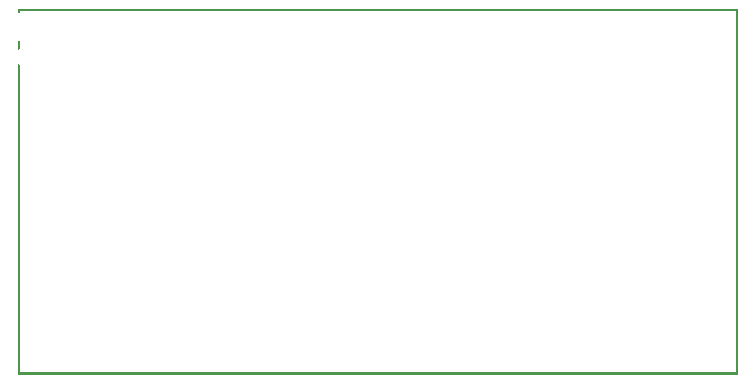
<source format=gbo>
G04 MADE WITH FRITZING*
G04 WWW.FRITZING.ORG*
G04 DOUBLE SIDED*
G04 HOLES PLATED*
G04 CONTOUR ON CENTER OF CONTOUR VECTOR*
%ASAXBY*%
%FSLAX23Y23*%
%MOIN*%
%OFA0B0*%
%SFA1.0B1.0*%
%ADD10R,0.001000X0.001000*%
%LNSILK0*%
G90*
G70*
G54D10*
X0Y1220D02*
X2400Y1220D01*
X0Y1219D02*
X2400Y1219D01*
X0Y1218D02*
X2400Y1218D01*
X0Y1217D02*
X2400Y1217D01*
X0Y1216D02*
X2400Y1216D01*
X0Y1215D02*
X2400Y1215D01*
X0Y1214D02*
X2400Y1214D01*
X0Y1213D02*
X2400Y1213D01*
X0Y1212D02*
X7Y1212D01*
X2393Y1212D02*
X2400Y1212D01*
X0Y1211D02*
X7Y1211D01*
X2393Y1211D02*
X2400Y1211D01*
X0Y1210D02*
X7Y1210D01*
X2393Y1210D02*
X2400Y1210D01*
X0Y1209D02*
X7Y1209D01*
X2393Y1209D02*
X2400Y1209D01*
X0Y1208D02*
X7Y1208D01*
X2393Y1208D02*
X2400Y1208D01*
X0Y1207D02*
X7Y1207D01*
X2393Y1207D02*
X2400Y1207D01*
X2393Y1206D02*
X2400Y1206D01*
X2393Y1205D02*
X2400Y1205D01*
X2393Y1204D02*
X2400Y1204D01*
X2393Y1203D02*
X2400Y1203D01*
X2393Y1202D02*
X2400Y1202D01*
X2393Y1201D02*
X2400Y1201D01*
X2393Y1200D02*
X2400Y1200D01*
X2393Y1199D02*
X2400Y1199D01*
X2393Y1198D02*
X2400Y1198D01*
X2393Y1197D02*
X2400Y1197D01*
X2393Y1196D02*
X2400Y1196D01*
X2393Y1195D02*
X2400Y1195D01*
X2393Y1194D02*
X2400Y1194D01*
X2393Y1193D02*
X2400Y1193D01*
X2393Y1192D02*
X2400Y1192D01*
X2393Y1191D02*
X2400Y1191D01*
X2393Y1190D02*
X2400Y1190D01*
X2393Y1189D02*
X2400Y1189D01*
X2393Y1188D02*
X2400Y1188D01*
X2393Y1187D02*
X2400Y1187D01*
X2393Y1186D02*
X2400Y1186D01*
X2393Y1185D02*
X2400Y1185D01*
X2393Y1184D02*
X2400Y1184D01*
X2393Y1183D02*
X2400Y1183D01*
X2393Y1182D02*
X2400Y1182D01*
X2393Y1181D02*
X2400Y1181D01*
X2393Y1180D02*
X2400Y1180D01*
X2393Y1179D02*
X2400Y1179D01*
X2393Y1178D02*
X2400Y1178D01*
X2393Y1177D02*
X2400Y1177D01*
X2393Y1176D02*
X2400Y1176D01*
X2393Y1175D02*
X2400Y1175D01*
X2393Y1174D02*
X2400Y1174D01*
X2393Y1173D02*
X2400Y1173D01*
X2393Y1172D02*
X2400Y1172D01*
X2393Y1171D02*
X2400Y1171D01*
X2393Y1170D02*
X2400Y1170D01*
X2393Y1169D02*
X2400Y1169D01*
X2393Y1168D02*
X2400Y1168D01*
X2393Y1167D02*
X2400Y1167D01*
X2393Y1166D02*
X2400Y1166D01*
X2393Y1165D02*
X2400Y1165D01*
X2393Y1164D02*
X2400Y1164D01*
X2393Y1163D02*
X2400Y1163D01*
X2393Y1162D02*
X2400Y1162D01*
X2393Y1161D02*
X2400Y1161D01*
X2393Y1160D02*
X2400Y1160D01*
X2393Y1159D02*
X2400Y1159D01*
X2393Y1158D02*
X2400Y1158D01*
X2393Y1157D02*
X2400Y1157D01*
X2393Y1156D02*
X2400Y1156D01*
X2393Y1155D02*
X2400Y1155D01*
X2393Y1154D02*
X2400Y1154D01*
X2393Y1153D02*
X2400Y1153D01*
X2393Y1152D02*
X2400Y1152D01*
X2393Y1151D02*
X2400Y1151D01*
X2393Y1150D02*
X2400Y1150D01*
X2393Y1149D02*
X2400Y1149D01*
X2393Y1148D02*
X2400Y1148D01*
X2393Y1147D02*
X2400Y1147D01*
X2393Y1146D02*
X2400Y1146D01*
X2393Y1145D02*
X2400Y1145D01*
X2393Y1144D02*
X2400Y1144D01*
X2393Y1143D02*
X2400Y1143D01*
X2393Y1142D02*
X2400Y1142D01*
X2393Y1141D02*
X2400Y1141D01*
X2393Y1140D02*
X2400Y1140D01*
X2393Y1139D02*
X2400Y1139D01*
X2393Y1138D02*
X2400Y1138D01*
X2393Y1137D02*
X2400Y1137D01*
X2393Y1136D02*
X2400Y1136D01*
X2393Y1135D02*
X2400Y1135D01*
X2393Y1134D02*
X2400Y1134D01*
X2393Y1133D02*
X2400Y1133D01*
X2393Y1132D02*
X2400Y1132D01*
X2393Y1131D02*
X2400Y1131D01*
X2393Y1130D02*
X2400Y1130D01*
X2393Y1129D02*
X2400Y1129D01*
X2393Y1128D02*
X2400Y1128D01*
X2393Y1127D02*
X2400Y1127D01*
X2393Y1126D02*
X2400Y1126D01*
X2393Y1125D02*
X2400Y1125D01*
X2393Y1124D02*
X2400Y1124D01*
X2393Y1123D02*
X2400Y1123D01*
X2393Y1122D02*
X2400Y1122D01*
X2393Y1121D02*
X2400Y1121D01*
X2393Y1120D02*
X2400Y1120D01*
X2393Y1119D02*
X2400Y1119D01*
X2393Y1118D02*
X2400Y1118D01*
X2393Y1117D02*
X2400Y1117D01*
X2393Y1116D02*
X2400Y1116D01*
X2393Y1115D02*
X2400Y1115D01*
X0Y1114D02*
X7Y1114D01*
X2393Y1114D02*
X2400Y1114D01*
X0Y1113D02*
X7Y1113D01*
X2393Y1113D02*
X2400Y1113D01*
X0Y1112D02*
X7Y1112D01*
X2393Y1112D02*
X2400Y1112D01*
X0Y1111D02*
X7Y1111D01*
X2393Y1111D02*
X2400Y1111D01*
X0Y1110D02*
X7Y1110D01*
X2393Y1110D02*
X2400Y1110D01*
X0Y1109D02*
X7Y1109D01*
X2393Y1109D02*
X2400Y1109D01*
X0Y1108D02*
X7Y1108D01*
X2393Y1108D02*
X2400Y1108D01*
X0Y1107D02*
X7Y1107D01*
X2393Y1107D02*
X2400Y1107D01*
X0Y1106D02*
X7Y1106D01*
X2393Y1106D02*
X2400Y1106D01*
X0Y1105D02*
X7Y1105D01*
X2393Y1105D02*
X2400Y1105D01*
X0Y1104D02*
X7Y1104D01*
X2393Y1104D02*
X2400Y1104D01*
X0Y1103D02*
X7Y1103D01*
X2393Y1103D02*
X2400Y1103D01*
X0Y1102D02*
X7Y1102D01*
X2393Y1102D02*
X2400Y1102D01*
X0Y1101D02*
X7Y1101D01*
X2393Y1101D02*
X2400Y1101D01*
X0Y1100D02*
X7Y1100D01*
X2393Y1100D02*
X2400Y1100D01*
X0Y1099D02*
X7Y1099D01*
X2393Y1099D02*
X2400Y1099D01*
X0Y1098D02*
X7Y1098D01*
X2393Y1098D02*
X2400Y1098D01*
X0Y1097D02*
X7Y1097D01*
X2393Y1097D02*
X2400Y1097D01*
X0Y1096D02*
X7Y1096D01*
X2393Y1096D02*
X2400Y1096D01*
X0Y1095D02*
X7Y1095D01*
X2393Y1095D02*
X2400Y1095D01*
X0Y1094D02*
X7Y1094D01*
X2393Y1094D02*
X2400Y1094D01*
X0Y1093D02*
X7Y1093D01*
X2393Y1093D02*
X2400Y1093D01*
X0Y1092D02*
X7Y1092D01*
X2393Y1092D02*
X2400Y1092D01*
X0Y1091D02*
X7Y1091D01*
X2393Y1091D02*
X2400Y1091D01*
X0Y1090D02*
X6Y1090D01*
X2393Y1090D02*
X2400Y1090D01*
X0Y1089D02*
X5Y1089D01*
X2393Y1089D02*
X2400Y1089D01*
X0Y1088D02*
X4Y1088D01*
X2393Y1088D02*
X2400Y1088D01*
X0Y1087D02*
X3Y1087D01*
X2393Y1087D02*
X2400Y1087D01*
X0Y1086D02*
X3Y1086D01*
X2393Y1086D02*
X2400Y1086D01*
X0Y1085D02*
X2Y1085D01*
X2393Y1085D02*
X2400Y1085D01*
X0Y1084D02*
X1Y1084D01*
X2393Y1084D02*
X2400Y1084D01*
X0Y1083D02*
X0Y1083D01*
X2393Y1083D02*
X2400Y1083D01*
X0Y1082D02*
X0Y1082D01*
X2393Y1082D02*
X2400Y1082D01*
X2393Y1081D02*
X2400Y1081D01*
X2393Y1080D02*
X2400Y1080D01*
X2393Y1079D02*
X2400Y1079D01*
X2393Y1078D02*
X2400Y1078D01*
X2393Y1077D02*
X2400Y1077D01*
X2393Y1076D02*
X2400Y1076D01*
X2393Y1075D02*
X2400Y1075D01*
X2393Y1074D02*
X2400Y1074D01*
X2393Y1073D02*
X2400Y1073D01*
X2393Y1072D02*
X2400Y1072D01*
X2393Y1071D02*
X2400Y1071D01*
X2393Y1070D02*
X2400Y1070D01*
X2393Y1069D02*
X2400Y1069D01*
X2393Y1068D02*
X2400Y1068D01*
X2393Y1067D02*
X2400Y1067D01*
X2393Y1066D02*
X2400Y1066D01*
X2393Y1065D02*
X2400Y1065D01*
X2393Y1064D02*
X2400Y1064D01*
X2393Y1063D02*
X2400Y1063D01*
X2393Y1062D02*
X2400Y1062D01*
X2393Y1061D02*
X2400Y1061D01*
X2393Y1060D02*
X2400Y1060D01*
X2393Y1059D02*
X2400Y1059D01*
X2393Y1058D02*
X2400Y1058D01*
X2393Y1057D02*
X2400Y1057D01*
X2393Y1056D02*
X2400Y1056D01*
X2393Y1055D02*
X2400Y1055D01*
X2393Y1054D02*
X2400Y1054D01*
X2393Y1053D02*
X2400Y1053D01*
X2393Y1052D02*
X2400Y1052D01*
X2393Y1051D02*
X2400Y1051D01*
X2393Y1050D02*
X2400Y1050D01*
X2393Y1049D02*
X2400Y1049D01*
X2393Y1048D02*
X2400Y1048D01*
X2393Y1047D02*
X2400Y1047D01*
X2393Y1046D02*
X2400Y1046D01*
X2393Y1045D02*
X2400Y1045D01*
X2393Y1044D02*
X2400Y1044D01*
X2393Y1043D02*
X2400Y1043D01*
X2393Y1042D02*
X2400Y1042D01*
X2393Y1041D02*
X2400Y1041D01*
X2393Y1040D02*
X2400Y1040D01*
X0Y1039D02*
X0Y1039D01*
X2393Y1039D02*
X2400Y1039D01*
X0Y1038D02*
X0Y1038D01*
X2393Y1038D02*
X2400Y1038D01*
X0Y1037D02*
X1Y1037D01*
X2393Y1037D02*
X2400Y1037D01*
X0Y1036D02*
X2Y1036D01*
X2393Y1036D02*
X2400Y1036D01*
X0Y1035D02*
X2Y1035D01*
X2393Y1035D02*
X2400Y1035D01*
X0Y1034D02*
X3Y1034D01*
X2393Y1034D02*
X2400Y1034D01*
X0Y1033D02*
X4Y1033D01*
X2393Y1033D02*
X2400Y1033D01*
X0Y1032D02*
X5Y1032D01*
X2393Y1032D02*
X2400Y1032D01*
X0Y1031D02*
X6Y1031D01*
X2393Y1031D02*
X2400Y1031D01*
X0Y1030D02*
X7Y1030D01*
X2393Y1030D02*
X2400Y1030D01*
X0Y1029D02*
X7Y1029D01*
X2393Y1029D02*
X2400Y1029D01*
X0Y1028D02*
X7Y1028D01*
X2393Y1028D02*
X2400Y1028D01*
X0Y1027D02*
X7Y1027D01*
X2393Y1027D02*
X2400Y1027D01*
X0Y1026D02*
X7Y1026D01*
X2393Y1026D02*
X2400Y1026D01*
X0Y1025D02*
X7Y1025D01*
X2393Y1025D02*
X2400Y1025D01*
X0Y1024D02*
X7Y1024D01*
X2393Y1024D02*
X2400Y1024D01*
X0Y1023D02*
X7Y1023D01*
X2393Y1023D02*
X2400Y1023D01*
X0Y1022D02*
X7Y1022D01*
X2393Y1022D02*
X2400Y1022D01*
X0Y1021D02*
X7Y1021D01*
X2393Y1021D02*
X2400Y1021D01*
X0Y1020D02*
X7Y1020D01*
X2393Y1020D02*
X2400Y1020D01*
X0Y1019D02*
X7Y1019D01*
X2393Y1019D02*
X2400Y1019D01*
X0Y1018D02*
X7Y1018D01*
X2393Y1018D02*
X2400Y1018D01*
X0Y1017D02*
X7Y1017D01*
X2393Y1017D02*
X2400Y1017D01*
X0Y1016D02*
X7Y1016D01*
X2393Y1016D02*
X2400Y1016D01*
X0Y1015D02*
X7Y1015D01*
X2393Y1015D02*
X2400Y1015D01*
X0Y1014D02*
X7Y1014D01*
X2393Y1014D02*
X2400Y1014D01*
X0Y1013D02*
X7Y1013D01*
X2393Y1013D02*
X2400Y1013D01*
X0Y1012D02*
X7Y1012D01*
X2393Y1012D02*
X2400Y1012D01*
X0Y1011D02*
X7Y1011D01*
X2393Y1011D02*
X2400Y1011D01*
X0Y1010D02*
X7Y1010D01*
X2393Y1010D02*
X2400Y1010D01*
X0Y1009D02*
X7Y1009D01*
X2393Y1009D02*
X2400Y1009D01*
X0Y1008D02*
X7Y1008D01*
X2393Y1008D02*
X2400Y1008D01*
X0Y1007D02*
X7Y1007D01*
X2393Y1007D02*
X2400Y1007D01*
X0Y1006D02*
X7Y1006D01*
X2393Y1006D02*
X2400Y1006D01*
X0Y1005D02*
X7Y1005D01*
X2393Y1005D02*
X2400Y1005D01*
X0Y1004D02*
X7Y1004D01*
X2393Y1004D02*
X2400Y1004D01*
X0Y1003D02*
X7Y1003D01*
X2393Y1003D02*
X2400Y1003D01*
X0Y1002D02*
X7Y1002D01*
X2393Y1002D02*
X2400Y1002D01*
X0Y1001D02*
X7Y1001D01*
X2393Y1001D02*
X2400Y1001D01*
X0Y1000D02*
X7Y1000D01*
X2393Y1000D02*
X2400Y1000D01*
X0Y999D02*
X7Y999D01*
X2393Y999D02*
X2400Y999D01*
X0Y998D02*
X7Y998D01*
X2393Y998D02*
X2400Y998D01*
X0Y997D02*
X7Y997D01*
X2393Y997D02*
X2400Y997D01*
X0Y996D02*
X7Y996D01*
X2393Y996D02*
X2400Y996D01*
X0Y995D02*
X7Y995D01*
X2393Y995D02*
X2400Y995D01*
X0Y994D02*
X7Y994D01*
X2393Y994D02*
X2400Y994D01*
X0Y993D02*
X7Y993D01*
X2393Y993D02*
X2400Y993D01*
X0Y992D02*
X7Y992D01*
X2393Y992D02*
X2400Y992D01*
X0Y991D02*
X7Y991D01*
X2393Y991D02*
X2400Y991D01*
X0Y990D02*
X7Y990D01*
X2393Y990D02*
X2400Y990D01*
X0Y989D02*
X7Y989D01*
X2393Y989D02*
X2400Y989D01*
X0Y988D02*
X7Y988D01*
X2393Y988D02*
X2400Y988D01*
X0Y987D02*
X7Y987D01*
X2393Y987D02*
X2400Y987D01*
X0Y986D02*
X7Y986D01*
X2393Y986D02*
X2400Y986D01*
X0Y985D02*
X7Y985D01*
X2393Y985D02*
X2400Y985D01*
X0Y984D02*
X7Y984D01*
X2393Y984D02*
X2400Y984D01*
X0Y983D02*
X7Y983D01*
X2393Y983D02*
X2400Y983D01*
X0Y982D02*
X7Y982D01*
X2393Y982D02*
X2400Y982D01*
X0Y981D02*
X7Y981D01*
X2393Y981D02*
X2400Y981D01*
X0Y980D02*
X7Y980D01*
X2393Y980D02*
X2400Y980D01*
X0Y979D02*
X7Y979D01*
X2393Y979D02*
X2400Y979D01*
X0Y978D02*
X7Y978D01*
X2393Y978D02*
X2400Y978D01*
X0Y977D02*
X7Y977D01*
X2393Y977D02*
X2400Y977D01*
X0Y976D02*
X7Y976D01*
X2393Y976D02*
X2400Y976D01*
X0Y975D02*
X7Y975D01*
X2393Y975D02*
X2400Y975D01*
X0Y974D02*
X7Y974D01*
X2393Y974D02*
X2400Y974D01*
X0Y973D02*
X7Y973D01*
X2393Y973D02*
X2400Y973D01*
X0Y972D02*
X7Y972D01*
X2393Y972D02*
X2400Y972D01*
X0Y971D02*
X7Y971D01*
X2393Y971D02*
X2400Y971D01*
X0Y970D02*
X7Y970D01*
X2393Y970D02*
X2400Y970D01*
X0Y969D02*
X7Y969D01*
X2393Y969D02*
X2400Y969D01*
X0Y968D02*
X7Y968D01*
X2393Y968D02*
X2400Y968D01*
X0Y967D02*
X7Y967D01*
X2393Y967D02*
X2400Y967D01*
X0Y966D02*
X7Y966D01*
X2393Y966D02*
X2400Y966D01*
X0Y965D02*
X7Y965D01*
X2393Y965D02*
X2400Y965D01*
X0Y964D02*
X7Y964D01*
X2393Y964D02*
X2400Y964D01*
X0Y963D02*
X7Y963D01*
X2393Y963D02*
X2400Y963D01*
X0Y962D02*
X7Y962D01*
X2393Y962D02*
X2400Y962D01*
X0Y961D02*
X7Y961D01*
X2393Y961D02*
X2400Y961D01*
X0Y960D02*
X7Y960D01*
X2393Y960D02*
X2400Y960D01*
X0Y959D02*
X7Y959D01*
X2393Y959D02*
X2400Y959D01*
X0Y958D02*
X7Y958D01*
X2393Y958D02*
X2400Y958D01*
X0Y957D02*
X7Y957D01*
X2393Y957D02*
X2400Y957D01*
X0Y956D02*
X7Y956D01*
X2393Y956D02*
X2400Y956D01*
X0Y955D02*
X7Y955D01*
X2393Y955D02*
X2400Y955D01*
X0Y954D02*
X7Y954D01*
X2393Y954D02*
X2400Y954D01*
X0Y953D02*
X7Y953D01*
X2393Y953D02*
X2400Y953D01*
X0Y952D02*
X7Y952D01*
X2393Y952D02*
X2400Y952D01*
X0Y951D02*
X7Y951D01*
X2393Y951D02*
X2400Y951D01*
X0Y950D02*
X7Y950D01*
X2393Y950D02*
X2400Y950D01*
X0Y949D02*
X7Y949D01*
X2393Y949D02*
X2400Y949D01*
X0Y948D02*
X7Y948D01*
X2393Y948D02*
X2400Y948D01*
X0Y947D02*
X7Y947D01*
X2393Y947D02*
X2400Y947D01*
X0Y946D02*
X7Y946D01*
X2393Y946D02*
X2400Y946D01*
X0Y945D02*
X7Y945D01*
X2393Y945D02*
X2400Y945D01*
X0Y944D02*
X7Y944D01*
X2393Y944D02*
X2400Y944D01*
X0Y943D02*
X7Y943D01*
X2393Y943D02*
X2400Y943D01*
X0Y942D02*
X7Y942D01*
X2393Y942D02*
X2400Y942D01*
X0Y941D02*
X7Y941D01*
X2393Y941D02*
X2400Y941D01*
X0Y940D02*
X7Y940D01*
X2393Y940D02*
X2400Y940D01*
X0Y939D02*
X7Y939D01*
X2393Y939D02*
X2400Y939D01*
X0Y938D02*
X7Y938D01*
X2393Y938D02*
X2400Y938D01*
X0Y937D02*
X7Y937D01*
X2393Y937D02*
X2400Y937D01*
X0Y936D02*
X7Y936D01*
X2393Y936D02*
X2400Y936D01*
X0Y935D02*
X7Y935D01*
X2393Y935D02*
X2400Y935D01*
X0Y934D02*
X7Y934D01*
X2393Y934D02*
X2400Y934D01*
X0Y933D02*
X7Y933D01*
X2393Y933D02*
X2400Y933D01*
X0Y932D02*
X7Y932D01*
X2393Y932D02*
X2400Y932D01*
X0Y931D02*
X7Y931D01*
X2393Y931D02*
X2400Y931D01*
X0Y930D02*
X7Y930D01*
X2393Y930D02*
X2400Y930D01*
X0Y929D02*
X7Y929D01*
X2393Y929D02*
X2400Y929D01*
X0Y928D02*
X7Y928D01*
X2393Y928D02*
X2400Y928D01*
X0Y927D02*
X7Y927D01*
X2393Y927D02*
X2400Y927D01*
X0Y926D02*
X7Y926D01*
X2393Y926D02*
X2400Y926D01*
X0Y925D02*
X7Y925D01*
X2393Y925D02*
X2400Y925D01*
X0Y924D02*
X7Y924D01*
X2393Y924D02*
X2400Y924D01*
X0Y923D02*
X7Y923D01*
X2393Y923D02*
X2400Y923D01*
X0Y922D02*
X7Y922D01*
X2393Y922D02*
X2400Y922D01*
X0Y921D02*
X7Y921D01*
X2393Y921D02*
X2400Y921D01*
X0Y920D02*
X7Y920D01*
X2393Y920D02*
X2400Y920D01*
X0Y919D02*
X7Y919D01*
X2393Y919D02*
X2400Y919D01*
X0Y918D02*
X7Y918D01*
X2393Y918D02*
X2400Y918D01*
X0Y917D02*
X7Y917D01*
X2393Y917D02*
X2400Y917D01*
X0Y916D02*
X7Y916D01*
X2393Y916D02*
X2400Y916D01*
X0Y915D02*
X7Y915D01*
X2393Y915D02*
X2400Y915D01*
X0Y914D02*
X7Y914D01*
X2393Y914D02*
X2400Y914D01*
X0Y913D02*
X7Y913D01*
X2393Y913D02*
X2400Y913D01*
X0Y912D02*
X7Y912D01*
X2393Y912D02*
X2400Y912D01*
X0Y911D02*
X7Y911D01*
X2393Y911D02*
X2400Y911D01*
X0Y910D02*
X7Y910D01*
X2393Y910D02*
X2400Y910D01*
X0Y909D02*
X7Y909D01*
X2393Y909D02*
X2400Y909D01*
X0Y908D02*
X7Y908D01*
X2393Y908D02*
X2400Y908D01*
X0Y907D02*
X7Y907D01*
X2393Y907D02*
X2400Y907D01*
X0Y906D02*
X7Y906D01*
X2393Y906D02*
X2400Y906D01*
X0Y905D02*
X7Y905D01*
X2393Y905D02*
X2400Y905D01*
X0Y904D02*
X7Y904D01*
X2393Y904D02*
X2400Y904D01*
X0Y903D02*
X7Y903D01*
X2393Y903D02*
X2400Y903D01*
X0Y902D02*
X7Y902D01*
X2393Y902D02*
X2400Y902D01*
X0Y901D02*
X7Y901D01*
X2393Y901D02*
X2400Y901D01*
X0Y900D02*
X7Y900D01*
X2393Y900D02*
X2400Y900D01*
X0Y899D02*
X7Y899D01*
X2393Y899D02*
X2400Y899D01*
X0Y898D02*
X7Y898D01*
X2393Y898D02*
X2400Y898D01*
X0Y897D02*
X7Y897D01*
X2393Y897D02*
X2400Y897D01*
X0Y896D02*
X7Y896D01*
X2393Y896D02*
X2400Y896D01*
X0Y895D02*
X7Y895D01*
X2393Y895D02*
X2400Y895D01*
X0Y894D02*
X7Y894D01*
X2393Y894D02*
X2400Y894D01*
X0Y893D02*
X7Y893D01*
X2393Y893D02*
X2400Y893D01*
X0Y892D02*
X7Y892D01*
X2393Y892D02*
X2400Y892D01*
X0Y891D02*
X7Y891D01*
X2393Y891D02*
X2400Y891D01*
X0Y890D02*
X7Y890D01*
X2393Y890D02*
X2400Y890D01*
X0Y889D02*
X7Y889D01*
X2393Y889D02*
X2400Y889D01*
X0Y888D02*
X7Y888D01*
X2393Y888D02*
X2400Y888D01*
X0Y887D02*
X7Y887D01*
X2393Y887D02*
X2400Y887D01*
X0Y886D02*
X7Y886D01*
X2393Y886D02*
X2400Y886D01*
X0Y885D02*
X7Y885D01*
X2393Y885D02*
X2400Y885D01*
X0Y884D02*
X7Y884D01*
X2393Y884D02*
X2400Y884D01*
X0Y883D02*
X7Y883D01*
X2393Y883D02*
X2400Y883D01*
X0Y882D02*
X7Y882D01*
X2393Y882D02*
X2400Y882D01*
X0Y881D02*
X7Y881D01*
X2393Y881D02*
X2400Y881D01*
X0Y880D02*
X7Y880D01*
X2393Y880D02*
X2400Y880D01*
X0Y879D02*
X7Y879D01*
X2393Y879D02*
X2400Y879D01*
X0Y878D02*
X7Y878D01*
X2393Y878D02*
X2400Y878D01*
X0Y877D02*
X7Y877D01*
X2393Y877D02*
X2400Y877D01*
X0Y876D02*
X7Y876D01*
X2393Y876D02*
X2400Y876D01*
X0Y875D02*
X7Y875D01*
X2393Y875D02*
X2400Y875D01*
X0Y874D02*
X7Y874D01*
X2393Y874D02*
X2400Y874D01*
X0Y873D02*
X7Y873D01*
X2393Y873D02*
X2400Y873D01*
X0Y872D02*
X7Y872D01*
X2393Y872D02*
X2400Y872D01*
X0Y871D02*
X7Y871D01*
X2393Y871D02*
X2400Y871D01*
X0Y870D02*
X7Y870D01*
X2393Y870D02*
X2400Y870D01*
X0Y869D02*
X7Y869D01*
X2393Y869D02*
X2400Y869D01*
X0Y868D02*
X7Y868D01*
X2393Y868D02*
X2400Y868D01*
X0Y867D02*
X7Y867D01*
X2393Y867D02*
X2400Y867D01*
X0Y866D02*
X7Y866D01*
X2393Y866D02*
X2400Y866D01*
X0Y865D02*
X7Y865D01*
X2393Y865D02*
X2400Y865D01*
X0Y864D02*
X7Y864D01*
X2393Y864D02*
X2400Y864D01*
X0Y863D02*
X7Y863D01*
X2393Y863D02*
X2400Y863D01*
X0Y862D02*
X7Y862D01*
X2393Y862D02*
X2400Y862D01*
X0Y861D02*
X7Y861D01*
X2393Y861D02*
X2400Y861D01*
X0Y860D02*
X7Y860D01*
X2393Y860D02*
X2400Y860D01*
X0Y859D02*
X7Y859D01*
X2393Y859D02*
X2400Y859D01*
X0Y858D02*
X7Y858D01*
X2393Y858D02*
X2400Y858D01*
X0Y857D02*
X7Y857D01*
X2393Y857D02*
X2400Y857D01*
X0Y856D02*
X7Y856D01*
X2393Y856D02*
X2400Y856D01*
X0Y855D02*
X7Y855D01*
X2393Y855D02*
X2400Y855D01*
X0Y854D02*
X7Y854D01*
X2393Y854D02*
X2400Y854D01*
X0Y853D02*
X7Y853D01*
X2393Y853D02*
X2400Y853D01*
X0Y852D02*
X7Y852D01*
X2393Y852D02*
X2400Y852D01*
X0Y851D02*
X7Y851D01*
X2393Y851D02*
X2400Y851D01*
X0Y850D02*
X7Y850D01*
X2393Y850D02*
X2400Y850D01*
X0Y849D02*
X7Y849D01*
X2393Y849D02*
X2400Y849D01*
X0Y848D02*
X7Y848D01*
X2393Y848D02*
X2400Y848D01*
X0Y847D02*
X7Y847D01*
X2393Y847D02*
X2400Y847D01*
X0Y846D02*
X7Y846D01*
X2393Y846D02*
X2400Y846D01*
X0Y845D02*
X7Y845D01*
X2393Y845D02*
X2400Y845D01*
X0Y844D02*
X7Y844D01*
X2393Y844D02*
X2400Y844D01*
X0Y843D02*
X7Y843D01*
X2393Y843D02*
X2400Y843D01*
X0Y842D02*
X7Y842D01*
X2393Y842D02*
X2400Y842D01*
X0Y841D02*
X7Y841D01*
X2393Y841D02*
X2400Y841D01*
X0Y840D02*
X7Y840D01*
X2393Y840D02*
X2400Y840D01*
X0Y839D02*
X7Y839D01*
X2393Y839D02*
X2400Y839D01*
X0Y838D02*
X7Y838D01*
X2393Y838D02*
X2400Y838D01*
X0Y837D02*
X7Y837D01*
X2393Y837D02*
X2400Y837D01*
X0Y836D02*
X7Y836D01*
X2393Y836D02*
X2400Y836D01*
X0Y835D02*
X7Y835D01*
X2393Y835D02*
X2400Y835D01*
X0Y834D02*
X7Y834D01*
X2393Y834D02*
X2400Y834D01*
X0Y833D02*
X7Y833D01*
X2393Y833D02*
X2400Y833D01*
X0Y832D02*
X7Y832D01*
X2393Y832D02*
X2400Y832D01*
X0Y831D02*
X7Y831D01*
X2393Y831D02*
X2400Y831D01*
X0Y830D02*
X7Y830D01*
X2393Y830D02*
X2400Y830D01*
X0Y829D02*
X7Y829D01*
X2393Y829D02*
X2400Y829D01*
X0Y828D02*
X7Y828D01*
X2393Y828D02*
X2400Y828D01*
X0Y827D02*
X7Y827D01*
X2393Y827D02*
X2400Y827D01*
X0Y826D02*
X7Y826D01*
X2393Y826D02*
X2400Y826D01*
X0Y825D02*
X7Y825D01*
X2393Y825D02*
X2400Y825D01*
X0Y824D02*
X7Y824D01*
X2393Y824D02*
X2400Y824D01*
X0Y823D02*
X7Y823D01*
X2393Y823D02*
X2400Y823D01*
X0Y822D02*
X7Y822D01*
X2393Y822D02*
X2400Y822D01*
X0Y821D02*
X7Y821D01*
X2393Y821D02*
X2400Y821D01*
X0Y820D02*
X7Y820D01*
X2393Y820D02*
X2400Y820D01*
X0Y819D02*
X7Y819D01*
X2393Y819D02*
X2400Y819D01*
X0Y818D02*
X7Y818D01*
X2393Y818D02*
X2400Y818D01*
X0Y817D02*
X7Y817D01*
X2393Y817D02*
X2400Y817D01*
X0Y816D02*
X7Y816D01*
X2393Y816D02*
X2400Y816D01*
X0Y815D02*
X7Y815D01*
X2393Y815D02*
X2400Y815D01*
X0Y814D02*
X7Y814D01*
X2393Y814D02*
X2400Y814D01*
X0Y813D02*
X7Y813D01*
X2393Y813D02*
X2400Y813D01*
X0Y812D02*
X7Y812D01*
X2393Y812D02*
X2400Y812D01*
X0Y811D02*
X7Y811D01*
X2393Y811D02*
X2400Y811D01*
X0Y810D02*
X7Y810D01*
X2393Y810D02*
X2400Y810D01*
X0Y809D02*
X7Y809D01*
X2393Y809D02*
X2400Y809D01*
X0Y808D02*
X7Y808D01*
X2393Y808D02*
X2400Y808D01*
X0Y807D02*
X7Y807D01*
X2393Y807D02*
X2400Y807D01*
X0Y806D02*
X7Y806D01*
X2393Y806D02*
X2400Y806D01*
X0Y805D02*
X7Y805D01*
X2393Y805D02*
X2400Y805D01*
X0Y804D02*
X7Y804D01*
X2393Y804D02*
X2400Y804D01*
X0Y803D02*
X7Y803D01*
X2393Y803D02*
X2400Y803D01*
X0Y802D02*
X7Y802D01*
X2393Y802D02*
X2400Y802D01*
X0Y801D02*
X7Y801D01*
X2393Y801D02*
X2400Y801D01*
X0Y800D02*
X7Y800D01*
X2393Y800D02*
X2400Y800D01*
X0Y799D02*
X7Y799D01*
X2393Y799D02*
X2400Y799D01*
X0Y798D02*
X7Y798D01*
X2393Y798D02*
X2400Y798D01*
X0Y797D02*
X7Y797D01*
X2393Y797D02*
X2400Y797D01*
X0Y796D02*
X7Y796D01*
X2393Y796D02*
X2400Y796D01*
X0Y795D02*
X7Y795D01*
X2393Y795D02*
X2400Y795D01*
X0Y794D02*
X7Y794D01*
X2393Y794D02*
X2400Y794D01*
X0Y793D02*
X7Y793D01*
X2393Y793D02*
X2400Y793D01*
X0Y792D02*
X7Y792D01*
X2393Y792D02*
X2400Y792D01*
X0Y791D02*
X7Y791D01*
X2393Y791D02*
X2400Y791D01*
X0Y790D02*
X7Y790D01*
X2393Y790D02*
X2400Y790D01*
X0Y789D02*
X7Y789D01*
X2393Y789D02*
X2400Y789D01*
X0Y788D02*
X7Y788D01*
X2393Y788D02*
X2400Y788D01*
X0Y787D02*
X7Y787D01*
X2393Y787D02*
X2400Y787D01*
X0Y786D02*
X7Y786D01*
X2393Y786D02*
X2400Y786D01*
X0Y785D02*
X7Y785D01*
X2393Y785D02*
X2400Y785D01*
X0Y784D02*
X7Y784D01*
X2393Y784D02*
X2400Y784D01*
X0Y783D02*
X7Y783D01*
X2393Y783D02*
X2400Y783D01*
X0Y782D02*
X7Y782D01*
X2393Y782D02*
X2400Y782D01*
X0Y781D02*
X7Y781D01*
X2393Y781D02*
X2400Y781D01*
X0Y780D02*
X7Y780D01*
X2393Y780D02*
X2400Y780D01*
X0Y779D02*
X7Y779D01*
X2393Y779D02*
X2400Y779D01*
X0Y778D02*
X7Y778D01*
X2393Y778D02*
X2400Y778D01*
X0Y777D02*
X7Y777D01*
X2393Y777D02*
X2400Y777D01*
X0Y776D02*
X7Y776D01*
X2393Y776D02*
X2400Y776D01*
X0Y775D02*
X7Y775D01*
X2393Y775D02*
X2400Y775D01*
X0Y774D02*
X7Y774D01*
X2393Y774D02*
X2400Y774D01*
X0Y773D02*
X7Y773D01*
X2393Y773D02*
X2400Y773D01*
X0Y772D02*
X7Y772D01*
X2393Y772D02*
X2400Y772D01*
X0Y771D02*
X7Y771D01*
X2393Y771D02*
X2400Y771D01*
X0Y770D02*
X7Y770D01*
X2393Y770D02*
X2400Y770D01*
X0Y769D02*
X7Y769D01*
X2393Y769D02*
X2400Y769D01*
X0Y768D02*
X7Y768D01*
X2393Y768D02*
X2400Y768D01*
X0Y767D02*
X7Y767D01*
X2393Y767D02*
X2400Y767D01*
X0Y766D02*
X7Y766D01*
X2393Y766D02*
X2400Y766D01*
X0Y765D02*
X7Y765D01*
X2393Y765D02*
X2400Y765D01*
X0Y764D02*
X7Y764D01*
X2393Y764D02*
X2400Y764D01*
X0Y763D02*
X7Y763D01*
X2393Y763D02*
X2400Y763D01*
X0Y762D02*
X7Y762D01*
X2393Y762D02*
X2400Y762D01*
X0Y761D02*
X7Y761D01*
X2393Y761D02*
X2400Y761D01*
X0Y760D02*
X7Y760D01*
X2393Y760D02*
X2400Y760D01*
X0Y759D02*
X7Y759D01*
X2393Y759D02*
X2400Y759D01*
X0Y758D02*
X7Y758D01*
X2393Y758D02*
X2400Y758D01*
X0Y757D02*
X7Y757D01*
X2393Y757D02*
X2400Y757D01*
X0Y756D02*
X7Y756D01*
X2393Y756D02*
X2400Y756D01*
X0Y755D02*
X7Y755D01*
X2393Y755D02*
X2400Y755D01*
X0Y754D02*
X7Y754D01*
X2393Y754D02*
X2400Y754D01*
X0Y753D02*
X7Y753D01*
X2393Y753D02*
X2400Y753D01*
X0Y752D02*
X7Y752D01*
X2393Y752D02*
X2400Y752D01*
X0Y751D02*
X7Y751D01*
X2393Y751D02*
X2400Y751D01*
X0Y750D02*
X7Y750D01*
X2393Y750D02*
X2400Y750D01*
X0Y749D02*
X7Y749D01*
X2393Y749D02*
X2400Y749D01*
X0Y748D02*
X7Y748D01*
X2393Y748D02*
X2400Y748D01*
X0Y747D02*
X7Y747D01*
X2393Y747D02*
X2400Y747D01*
X0Y746D02*
X7Y746D01*
X2393Y746D02*
X2400Y746D01*
X0Y745D02*
X7Y745D01*
X2393Y745D02*
X2400Y745D01*
X0Y744D02*
X7Y744D01*
X2393Y744D02*
X2400Y744D01*
X0Y743D02*
X7Y743D01*
X2393Y743D02*
X2400Y743D01*
X0Y742D02*
X7Y742D01*
X2393Y742D02*
X2400Y742D01*
X0Y741D02*
X7Y741D01*
X2393Y741D02*
X2400Y741D01*
X0Y740D02*
X7Y740D01*
X2393Y740D02*
X2400Y740D01*
X0Y739D02*
X7Y739D01*
X2393Y739D02*
X2400Y739D01*
X0Y738D02*
X7Y738D01*
X2393Y738D02*
X2400Y738D01*
X0Y737D02*
X7Y737D01*
X2393Y737D02*
X2400Y737D01*
X0Y736D02*
X7Y736D01*
X2393Y736D02*
X2400Y736D01*
X0Y735D02*
X7Y735D01*
X2393Y735D02*
X2400Y735D01*
X0Y734D02*
X7Y734D01*
X2393Y734D02*
X2400Y734D01*
X0Y733D02*
X7Y733D01*
X2393Y733D02*
X2400Y733D01*
X0Y732D02*
X7Y732D01*
X2393Y732D02*
X2400Y732D01*
X0Y731D02*
X7Y731D01*
X2393Y731D02*
X2400Y731D01*
X0Y730D02*
X7Y730D01*
X2393Y730D02*
X2400Y730D01*
X0Y729D02*
X7Y729D01*
X2393Y729D02*
X2400Y729D01*
X0Y728D02*
X7Y728D01*
X2393Y728D02*
X2400Y728D01*
X0Y727D02*
X7Y727D01*
X2393Y727D02*
X2400Y727D01*
X0Y726D02*
X7Y726D01*
X2393Y726D02*
X2400Y726D01*
X0Y725D02*
X7Y725D01*
X2393Y725D02*
X2400Y725D01*
X0Y724D02*
X7Y724D01*
X2393Y724D02*
X2400Y724D01*
X0Y723D02*
X7Y723D01*
X2393Y723D02*
X2400Y723D01*
X0Y722D02*
X7Y722D01*
X2393Y722D02*
X2400Y722D01*
X0Y721D02*
X7Y721D01*
X2393Y721D02*
X2400Y721D01*
X0Y720D02*
X7Y720D01*
X2393Y720D02*
X2400Y720D01*
X0Y719D02*
X7Y719D01*
X2393Y719D02*
X2400Y719D01*
X0Y718D02*
X7Y718D01*
X2393Y718D02*
X2400Y718D01*
X0Y717D02*
X7Y717D01*
X2393Y717D02*
X2400Y717D01*
X0Y716D02*
X7Y716D01*
X2393Y716D02*
X2400Y716D01*
X0Y715D02*
X7Y715D01*
X2393Y715D02*
X2400Y715D01*
X0Y714D02*
X7Y714D01*
X2393Y714D02*
X2400Y714D01*
X0Y713D02*
X7Y713D01*
X2393Y713D02*
X2400Y713D01*
X0Y712D02*
X7Y712D01*
X2393Y712D02*
X2400Y712D01*
X0Y711D02*
X7Y711D01*
X2393Y711D02*
X2400Y711D01*
X0Y710D02*
X7Y710D01*
X2393Y710D02*
X2400Y710D01*
X0Y709D02*
X7Y709D01*
X2393Y709D02*
X2400Y709D01*
X0Y708D02*
X7Y708D01*
X2393Y708D02*
X2400Y708D01*
X0Y707D02*
X7Y707D01*
X2393Y707D02*
X2400Y707D01*
X0Y706D02*
X7Y706D01*
X2393Y706D02*
X2400Y706D01*
X0Y705D02*
X7Y705D01*
X2393Y705D02*
X2400Y705D01*
X0Y704D02*
X7Y704D01*
X2393Y704D02*
X2400Y704D01*
X0Y703D02*
X7Y703D01*
X2393Y703D02*
X2400Y703D01*
X0Y702D02*
X7Y702D01*
X2393Y702D02*
X2400Y702D01*
X0Y701D02*
X7Y701D01*
X2393Y701D02*
X2400Y701D01*
X0Y700D02*
X7Y700D01*
X2393Y700D02*
X2400Y700D01*
X0Y699D02*
X7Y699D01*
X2393Y699D02*
X2400Y699D01*
X0Y698D02*
X7Y698D01*
X2393Y698D02*
X2400Y698D01*
X0Y697D02*
X7Y697D01*
X2393Y697D02*
X2400Y697D01*
X0Y696D02*
X7Y696D01*
X2393Y696D02*
X2400Y696D01*
X0Y695D02*
X7Y695D01*
X2393Y695D02*
X2400Y695D01*
X0Y694D02*
X7Y694D01*
X2393Y694D02*
X2400Y694D01*
X0Y693D02*
X7Y693D01*
X2393Y693D02*
X2400Y693D01*
X0Y692D02*
X7Y692D01*
X2393Y692D02*
X2400Y692D01*
X0Y691D02*
X7Y691D01*
X2393Y691D02*
X2400Y691D01*
X0Y690D02*
X7Y690D01*
X2393Y690D02*
X2400Y690D01*
X0Y689D02*
X7Y689D01*
X2393Y689D02*
X2400Y689D01*
X0Y688D02*
X7Y688D01*
X2393Y688D02*
X2400Y688D01*
X0Y687D02*
X7Y687D01*
X2393Y687D02*
X2400Y687D01*
X0Y686D02*
X7Y686D01*
X2393Y686D02*
X2400Y686D01*
X0Y685D02*
X7Y685D01*
X2393Y685D02*
X2400Y685D01*
X0Y684D02*
X7Y684D01*
X2393Y684D02*
X2400Y684D01*
X0Y683D02*
X7Y683D01*
X2393Y683D02*
X2400Y683D01*
X0Y682D02*
X7Y682D01*
X2393Y682D02*
X2400Y682D01*
X0Y681D02*
X7Y681D01*
X2393Y681D02*
X2400Y681D01*
X0Y680D02*
X7Y680D01*
X2393Y680D02*
X2400Y680D01*
X0Y679D02*
X7Y679D01*
X2393Y679D02*
X2400Y679D01*
X0Y678D02*
X7Y678D01*
X2393Y678D02*
X2400Y678D01*
X0Y677D02*
X7Y677D01*
X2393Y677D02*
X2400Y677D01*
X0Y676D02*
X7Y676D01*
X2393Y676D02*
X2400Y676D01*
X0Y675D02*
X7Y675D01*
X2393Y675D02*
X2400Y675D01*
X0Y674D02*
X7Y674D01*
X2393Y674D02*
X2400Y674D01*
X0Y673D02*
X7Y673D01*
X2393Y673D02*
X2400Y673D01*
X0Y672D02*
X7Y672D01*
X2393Y672D02*
X2400Y672D01*
X0Y671D02*
X7Y671D01*
X2393Y671D02*
X2400Y671D01*
X0Y670D02*
X7Y670D01*
X2393Y670D02*
X2400Y670D01*
X0Y669D02*
X7Y669D01*
X2393Y669D02*
X2400Y669D01*
X0Y668D02*
X7Y668D01*
X2393Y668D02*
X2400Y668D01*
X0Y667D02*
X7Y667D01*
X2393Y667D02*
X2400Y667D01*
X0Y666D02*
X7Y666D01*
X2393Y666D02*
X2400Y666D01*
X0Y665D02*
X7Y665D01*
X2393Y665D02*
X2400Y665D01*
X0Y664D02*
X7Y664D01*
X2393Y664D02*
X2400Y664D01*
X0Y663D02*
X7Y663D01*
X2393Y663D02*
X2400Y663D01*
X0Y662D02*
X7Y662D01*
X2393Y662D02*
X2400Y662D01*
X0Y661D02*
X7Y661D01*
X2393Y661D02*
X2400Y661D01*
X0Y660D02*
X7Y660D01*
X2393Y660D02*
X2400Y660D01*
X0Y659D02*
X7Y659D01*
X2393Y659D02*
X2400Y659D01*
X0Y658D02*
X7Y658D01*
X2393Y658D02*
X2400Y658D01*
X0Y657D02*
X7Y657D01*
X2393Y657D02*
X2400Y657D01*
X0Y656D02*
X7Y656D01*
X2393Y656D02*
X2400Y656D01*
X0Y655D02*
X7Y655D01*
X2393Y655D02*
X2400Y655D01*
X0Y654D02*
X7Y654D01*
X2393Y654D02*
X2400Y654D01*
X0Y653D02*
X7Y653D01*
X2393Y653D02*
X2400Y653D01*
X0Y652D02*
X7Y652D01*
X2393Y652D02*
X2400Y652D01*
X0Y651D02*
X7Y651D01*
X2393Y651D02*
X2400Y651D01*
X0Y650D02*
X7Y650D01*
X2393Y650D02*
X2400Y650D01*
X0Y649D02*
X7Y649D01*
X2393Y649D02*
X2400Y649D01*
X0Y648D02*
X7Y648D01*
X2393Y648D02*
X2400Y648D01*
X0Y647D02*
X7Y647D01*
X2393Y647D02*
X2400Y647D01*
X0Y646D02*
X7Y646D01*
X2393Y646D02*
X2400Y646D01*
X0Y645D02*
X7Y645D01*
X2393Y645D02*
X2400Y645D01*
X0Y644D02*
X7Y644D01*
X2393Y644D02*
X2400Y644D01*
X0Y643D02*
X7Y643D01*
X2393Y643D02*
X2400Y643D01*
X0Y642D02*
X7Y642D01*
X2393Y642D02*
X2400Y642D01*
X0Y641D02*
X7Y641D01*
X2393Y641D02*
X2400Y641D01*
X0Y640D02*
X7Y640D01*
X2393Y640D02*
X2400Y640D01*
X0Y639D02*
X7Y639D01*
X2393Y639D02*
X2400Y639D01*
X0Y638D02*
X7Y638D01*
X2393Y638D02*
X2400Y638D01*
X0Y637D02*
X7Y637D01*
X2393Y637D02*
X2400Y637D01*
X0Y636D02*
X7Y636D01*
X2393Y636D02*
X2400Y636D01*
X0Y635D02*
X7Y635D01*
X2393Y635D02*
X2400Y635D01*
X0Y634D02*
X7Y634D01*
X2393Y634D02*
X2400Y634D01*
X0Y633D02*
X7Y633D01*
X2393Y633D02*
X2400Y633D01*
X0Y632D02*
X7Y632D01*
X2393Y632D02*
X2400Y632D01*
X0Y631D02*
X7Y631D01*
X2393Y631D02*
X2400Y631D01*
X0Y630D02*
X7Y630D01*
X2393Y630D02*
X2400Y630D01*
X0Y629D02*
X7Y629D01*
X2393Y629D02*
X2400Y629D01*
X0Y628D02*
X7Y628D01*
X2393Y628D02*
X2400Y628D01*
X0Y627D02*
X7Y627D01*
X2393Y627D02*
X2400Y627D01*
X0Y626D02*
X7Y626D01*
X2393Y626D02*
X2400Y626D01*
X0Y625D02*
X7Y625D01*
X2393Y625D02*
X2400Y625D01*
X0Y624D02*
X7Y624D01*
X2393Y624D02*
X2400Y624D01*
X0Y623D02*
X7Y623D01*
X2393Y623D02*
X2400Y623D01*
X0Y622D02*
X7Y622D01*
X2393Y622D02*
X2400Y622D01*
X0Y621D02*
X7Y621D01*
X2393Y621D02*
X2400Y621D01*
X0Y620D02*
X7Y620D01*
X2393Y620D02*
X2400Y620D01*
X0Y619D02*
X7Y619D01*
X2393Y619D02*
X2400Y619D01*
X0Y618D02*
X7Y618D01*
X2393Y618D02*
X2400Y618D01*
X0Y617D02*
X7Y617D01*
X2393Y617D02*
X2400Y617D01*
X0Y616D02*
X7Y616D01*
X2393Y616D02*
X2400Y616D01*
X0Y615D02*
X7Y615D01*
X2393Y615D02*
X2400Y615D01*
X0Y614D02*
X7Y614D01*
X2393Y614D02*
X2400Y614D01*
X0Y613D02*
X7Y613D01*
X2393Y613D02*
X2400Y613D01*
X0Y612D02*
X7Y612D01*
X2393Y612D02*
X2400Y612D01*
X0Y611D02*
X7Y611D01*
X2393Y611D02*
X2400Y611D01*
X0Y610D02*
X7Y610D01*
X2393Y610D02*
X2400Y610D01*
X0Y609D02*
X7Y609D01*
X2393Y609D02*
X2400Y609D01*
X0Y608D02*
X7Y608D01*
X2393Y608D02*
X2400Y608D01*
X0Y607D02*
X7Y607D01*
X2393Y607D02*
X2400Y607D01*
X0Y606D02*
X7Y606D01*
X2393Y606D02*
X2400Y606D01*
X0Y605D02*
X7Y605D01*
X2393Y605D02*
X2400Y605D01*
X0Y604D02*
X7Y604D01*
X2393Y604D02*
X2400Y604D01*
X0Y603D02*
X7Y603D01*
X2393Y603D02*
X2400Y603D01*
X0Y602D02*
X7Y602D01*
X2393Y602D02*
X2400Y602D01*
X0Y601D02*
X7Y601D01*
X2393Y601D02*
X2400Y601D01*
X0Y600D02*
X7Y600D01*
X2393Y600D02*
X2400Y600D01*
X0Y599D02*
X7Y599D01*
X2393Y599D02*
X2400Y599D01*
X0Y598D02*
X7Y598D01*
X2393Y598D02*
X2400Y598D01*
X0Y597D02*
X7Y597D01*
X2393Y597D02*
X2400Y597D01*
X0Y596D02*
X7Y596D01*
X2393Y596D02*
X2400Y596D01*
X0Y595D02*
X7Y595D01*
X2393Y595D02*
X2400Y595D01*
X0Y594D02*
X7Y594D01*
X2393Y594D02*
X2400Y594D01*
X0Y593D02*
X7Y593D01*
X2393Y593D02*
X2400Y593D01*
X0Y592D02*
X7Y592D01*
X2393Y592D02*
X2400Y592D01*
X0Y591D02*
X7Y591D01*
X2393Y591D02*
X2400Y591D01*
X0Y590D02*
X7Y590D01*
X2393Y590D02*
X2400Y590D01*
X0Y589D02*
X7Y589D01*
X2393Y589D02*
X2400Y589D01*
X0Y588D02*
X7Y588D01*
X2393Y588D02*
X2400Y588D01*
X0Y587D02*
X7Y587D01*
X2393Y587D02*
X2400Y587D01*
X0Y586D02*
X7Y586D01*
X2393Y586D02*
X2400Y586D01*
X0Y585D02*
X7Y585D01*
X2393Y585D02*
X2400Y585D01*
X0Y584D02*
X7Y584D01*
X2393Y584D02*
X2400Y584D01*
X0Y583D02*
X7Y583D01*
X2393Y583D02*
X2400Y583D01*
X0Y582D02*
X7Y582D01*
X2393Y582D02*
X2400Y582D01*
X0Y581D02*
X7Y581D01*
X2393Y581D02*
X2400Y581D01*
X0Y580D02*
X7Y580D01*
X2393Y580D02*
X2400Y580D01*
X0Y579D02*
X7Y579D01*
X2393Y579D02*
X2400Y579D01*
X0Y578D02*
X7Y578D01*
X2393Y578D02*
X2400Y578D01*
X0Y577D02*
X7Y577D01*
X2393Y577D02*
X2400Y577D01*
X0Y576D02*
X7Y576D01*
X2393Y576D02*
X2400Y576D01*
X0Y575D02*
X7Y575D01*
X2393Y575D02*
X2400Y575D01*
X0Y574D02*
X7Y574D01*
X2393Y574D02*
X2400Y574D01*
X0Y573D02*
X7Y573D01*
X2393Y573D02*
X2400Y573D01*
X0Y572D02*
X7Y572D01*
X2393Y572D02*
X2400Y572D01*
X0Y571D02*
X7Y571D01*
X2393Y571D02*
X2400Y571D01*
X0Y570D02*
X7Y570D01*
X2393Y570D02*
X2400Y570D01*
X0Y569D02*
X7Y569D01*
X2393Y569D02*
X2400Y569D01*
X0Y568D02*
X7Y568D01*
X2393Y568D02*
X2400Y568D01*
X0Y567D02*
X7Y567D01*
X2393Y567D02*
X2400Y567D01*
X0Y566D02*
X7Y566D01*
X2393Y566D02*
X2400Y566D01*
X0Y565D02*
X7Y565D01*
X2393Y565D02*
X2400Y565D01*
X0Y564D02*
X7Y564D01*
X2393Y564D02*
X2400Y564D01*
X0Y563D02*
X7Y563D01*
X2393Y563D02*
X2400Y563D01*
X0Y562D02*
X7Y562D01*
X2393Y562D02*
X2400Y562D01*
X0Y561D02*
X7Y561D01*
X2393Y561D02*
X2400Y561D01*
X0Y560D02*
X7Y560D01*
X2393Y560D02*
X2400Y560D01*
X0Y559D02*
X7Y559D01*
X2393Y559D02*
X2400Y559D01*
X0Y558D02*
X7Y558D01*
X2393Y558D02*
X2400Y558D01*
X0Y557D02*
X7Y557D01*
X2393Y557D02*
X2400Y557D01*
X0Y556D02*
X7Y556D01*
X2393Y556D02*
X2400Y556D01*
X0Y555D02*
X7Y555D01*
X2393Y555D02*
X2400Y555D01*
X0Y554D02*
X7Y554D01*
X2393Y554D02*
X2400Y554D01*
X0Y553D02*
X7Y553D01*
X2393Y553D02*
X2400Y553D01*
X0Y552D02*
X7Y552D01*
X2393Y552D02*
X2400Y552D01*
X0Y551D02*
X7Y551D01*
X2393Y551D02*
X2400Y551D01*
X0Y550D02*
X7Y550D01*
X2393Y550D02*
X2400Y550D01*
X0Y549D02*
X7Y549D01*
X2393Y549D02*
X2400Y549D01*
X0Y548D02*
X7Y548D01*
X2393Y548D02*
X2400Y548D01*
X0Y547D02*
X7Y547D01*
X2393Y547D02*
X2400Y547D01*
X0Y546D02*
X7Y546D01*
X2393Y546D02*
X2400Y546D01*
X0Y545D02*
X7Y545D01*
X2393Y545D02*
X2400Y545D01*
X0Y544D02*
X7Y544D01*
X2393Y544D02*
X2400Y544D01*
X0Y543D02*
X7Y543D01*
X2393Y543D02*
X2400Y543D01*
X0Y542D02*
X7Y542D01*
X2393Y542D02*
X2400Y542D01*
X0Y541D02*
X7Y541D01*
X2393Y541D02*
X2400Y541D01*
X0Y540D02*
X7Y540D01*
X2393Y540D02*
X2400Y540D01*
X0Y539D02*
X7Y539D01*
X2393Y539D02*
X2400Y539D01*
X0Y538D02*
X7Y538D01*
X2393Y538D02*
X2400Y538D01*
X0Y537D02*
X7Y537D01*
X2393Y537D02*
X2400Y537D01*
X0Y536D02*
X7Y536D01*
X2393Y536D02*
X2400Y536D01*
X0Y535D02*
X7Y535D01*
X2393Y535D02*
X2400Y535D01*
X0Y534D02*
X7Y534D01*
X2393Y534D02*
X2400Y534D01*
X0Y533D02*
X7Y533D01*
X2393Y533D02*
X2400Y533D01*
X0Y532D02*
X7Y532D01*
X2393Y532D02*
X2400Y532D01*
X0Y531D02*
X7Y531D01*
X2393Y531D02*
X2400Y531D01*
X0Y530D02*
X7Y530D01*
X2393Y530D02*
X2400Y530D01*
X0Y529D02*
X7Y529D01*
X2393Y529D02*
X2400Y529D01*
X0Y528D02*
X7Y528D01*
X2393Y528D02*
X2400Y528D01*
X0Y527D02*
X7Y527D01*
X2393Y527D02*
X2400Y527D01*
X0Y526D02*
X7Y526D01*
X2393Y526D02*
X2400Y526D01*
X0Y525D02*
X7Y525D01*
X2393Y525D02*
X2400Y525D01*
X0Y524D02*
X7Y524D01*
X2393Y524D02*
X2400Y524D01*
X0Y523D02*
X7Y523D01*
X2393Y523D02*
X2400Y523D01*
X0Y522D02*
X7Y522D01*
X2393Y522D02*
X2400Y522D01*
X0Y521D02*
X7Y521D01*
X2393Y521D02*
X2400Y521D01*
X0Y520D02*
X7Y520D01*
X2393Y520D02*
X2400Y520D01*
X0Y519D02*
X7Y519D01*
X2393Y519D02*
X2400Y519D01*
X0Y518D02*
X7Y518D01*
X2393Y518D02*
X2400Y518D01*
X0Y517D02*
X7Y517D01*
X2393Y517D02*
X2400Y517D01*
X0Y516D02*
X7Y516D01*
X2393Y516D02*
X2400Y516D01*
X0Y515D02*
X7Y515D01*
X2393Y515D02*
X2400Y515D01*
X0Y514D02*
X7Y514D01*
X2393Y514D02*
X2400Y514D01*
X0Y513D02*
X7Y513D01*
X2393Y513D02*
X2400Y513D01*
X0Y512D02*
X7Y512D01*
X2393Y512D02*
X2400Y512D01*
X0Y511D02*
X7Y511D01*
X2393Y511D02*
X2400Y511D01*
X0Y510D02*
X7Y510D01*
X2393Y510D02*
X2400Y510D01*
X0Y509D02*
X7Y509D01*
X2393Y509D02*
X2400Y509D01*
X0Y508D02*
X7Y508D01*
X2393Y508D02*
X2400Y508D01*
X0Y507D02*
X7Y507D01*
X2393Y507D02*
X2400Y507D01*
X0Y506D02*
X7Y506D01*
X2393Y506D02*
X2400Y506D01*
X0Y505D02*
X7Y505D01*
X2393Y505D02*
X2400Y505D01*
X0Y504D02*
X7Y504D01*
X2393Y504D02*
X2400Y504D01*
X0Y503D02*
X7Y503D01*
X2393Y503D02*
X2400Y503D01*
X0Y502D02*
X7Y502D01*
X2393Y502D02*
X2400Y502D01*
X0Y501D02*
X7Y501D01*
X2393Y501D02*
X2400Y501D01*
X0Y500D02*
X7Y500D01*
X2393Y500D02*
X2400Y500D01*
X0Y499D02*
X7Y499D01*
X2393Y499D02*
X2400Y499D01*
X0Y498D02*
X7Y498D01*
X2393Y498D02*
X2400Y498D01*
X0Y497D02*
X7Y497D01*
X2393Y497D02*
X2400Y497D01*
X0Y496D02*
X7Y496D01*
X2393Y496D02*
X2400Y496D01*
X0Y495D02*
X7Y495D01*
X2393Y495D02*
X2400Y495D01*
X0Y494D02*
X7Y494D01*
X2393Y494D02*
X2400Y494D01*
X0Y493D02*
X7Y493D01*
X2393Y493D02*
X2400Y493D01*
X0Y492D02*
X7Y492D01*
X2393Y492D02*
X2400Y492D01*
X0Y491D02*
X7Y491D01*
X2393Y491D02*
X2400Y491D01*
X0Y490D02*
X7Y490D01*
X2393Y490D02*
X2400Y490D01*
X0Y489D02*
X7Y489D01*
X2393Y489D02*
X2400Y489D01*
X0Y488D02*
X7Y488D01*
X2393Y488D02*
X2400Y488D01*
X0Y487D02*
X7Y487D01*
X2393Y487D02*
X2400Y487D01*
X0Y486D02*
X7Y486D01*
X2393Y486D02*
X2400Y486D01*
X0Y485D02*
X7Y485D01*
X2393Y485D02*
X2400Y485D01*
X0Y484D02*
X7Y484D01*
X2393Y484D02*
X2400Y484D01*
X0Y483D02*
X7Y483D01*
X2393Y483D02*
X2400Y483D01*
X0Y482D02*
X7Y482D01*
X2393Y482D02*
X2400Y482D01*
X0Y481D02*
X7Y481D01*
X2393Y481D02*
X2400Y481D01*
X0Y480D02*
X7Y480D01*
X2393Y480D02*
X2400Y480D01*
X0Y479D02*
X7Y479D01*
X2393Y479D02*
X2400Y479D01*
X0Y478D02*
X7Y478D01*
X2393Y478D02*
X2400Y478D01*
X0Y477D02*
X7Y477D01*
X2393Y477D02*
X2400Y477D01*
X0Y476D02*
X7Y476D01*
X2393Y476D02*
X2400Y476D01*
X0Y475D02*
X7Y475D01*
X2393Y475D02*
X2400Y475D01*
X0Y474D02*
X7Y474D01*
X2393Y474D02*
X2400Y474D01*
X0Y473D02*
X7Y473D01*
X2393Y473D02*
X2400Y473D01*
X0Y472D02*
X7Y472D01*
X2393Y472D02*
X2400Y472D01*
X0Y471D02*
X7Y471D01*
X2393Y471D02*
X2400Y471D01*
X0Y470D02*
X7Y470D01*
X2393Y470D02*
X2400Y470D01*
X0Y469D02*
X7Y469D01*
X2393Y469D02*
X2400Y469D01*
X0Y468D02*
X7Y468D01*
X2393Y468D02*
X2400Y468D01*
X0Y467D02*
X7Y467D01*
X2393Y467D02*
X2400Y467D01*
X0Y466D02*
X7Y466D01*
X2393Y466D02*
X2400Y466D01*
X0Y465D02*
X7Y465D01*
X2393Y465D02*
X2400Y465D01*
X0Y464D02*
X7Y464D01*
X2393Y464D02*
X2400Y464D01*
X0Y463D02*
X7Y463D01*
X2393Y463D02*
X2400Y463D01*
X0Y462D02*
X7Y462D01*
X2393Y462D02*
X2400Y462D01*
X0Y461D02*
X7Y461D01*
X2393Y461D02*
X2400Y461D01*
X0Y460D02*
X7Y460D01*
X2393Y460D02*
X2400Y460D01*
X0Y459D02*
X7Y459D01*
X2393Y459D02*
X2400Y459D01*
X0Y458D02*
X7Y458D01*
X2393Y458D02*
X2400Y458D01*
X0Y457D02*
X7Y457D01*
X2393Y457D02*
X2400Y457D01*
X0Y456D02*
X7Y456D01*
X2393Y456D02*
X2400Y456D01*
X0Y455D02*
X7Y455D01*
X2393Y455D02*
X2400Y455D01*
X0Y454D02*
X7Y454D01*
X2393Y454D02*
X2400Y454D01*
X0Y453D02*
X7Y453D01*
X2393Y453D02*
X2400Y453D01*
X0Y452D02*
X7Y452D01*
X2393Y452D02*
X2400Y452D01*
X0Y451D02*
X7Y451D01*
X2393Y451D02*
X2400Y451D01*
X0Y450D02*
X7Y450D01*
X2393Y450D02*
X2400Y450D01*
X0Y449D02*
X7Y449D01*
X2393Y449D02*
X2400Y449D01*
X0Y448D02*
X7Y448D01*
X2393Y448D02*
X2400Y448D01*
X0Y447D02*
X7Y447D01*
X2393Y447D02*
X2400Y447D01*
X0Y446D02*
X7Y446D01*
X2393Y446D02*
X2400Y446D01*
X0Y445D02*
X7Y445D01*
X2393Y445D02*
X2400Y445D01*
X0Y444D02*
X7Y444D01*
X2393Y444D02*
X2400Y444D01*
X0Y443D02*
X7Y443D01*
X2393Y443D02*
X2400Y443D01*
X0Y442D02*
X7Y442D01*
X2393Y442D02*
X2400Y442D01*
X0Y441D02*
X7Y441D01*
X2393Y441D02*
X2400Y441D01*
X0Y440D02*
X7Y440D01*
X2393Y440D02*
X2400Y440D01*
X0Y439D02*
X7Y439D01*
X2393Y439D02*
X2400Y439D01*
X0Y438D02*
X7Y438D01*
X2393Y438D02*
X2400Y438D01*
X0Y437D02*
X7Y437D01*
X2393Y437D02*
X2400Y437D01*
X0Y436D02*
X7Y436D01*
X2393Y436D02*
X2400Y436D01*
X0Y435D02*
X7Y435D01*
X2393Y435D02*
X2400Y435D01*
X0Y434D02*
X7Y434D01*
X2393Y434D02*
X2400Y434D01*
X0Y433D02*
X7Y433D01*
X2393Y433D02*
X2400Y433D01*
X0Y432D02*
X7Y432D01*
X2393Y432D02*
X2400Y432D01*
X0Y431D02*
X7Y431D01*
X2393Y431D02*
X2400Y431D01*
X0Y430D02*
X7Y430D01*
X2393Y430D02*
X2400Y430D01*
X0Y429D02*
X7Y429D01*
X2393Y429D02*
X2400Y429D01*
X0Y428D02*
X7Y428D01*
X2393Y428D02*
X2400Y428D01*
X0Y427D02*
X7Y427D01*
X2393Y427D02*
X2400Y427D01*
X0Y426D02*
X7Y426D01*
X2393Y426D02*
X2400Y426D01*
X0Y425D02*
X7Y425D01*
X2393Y425D02*
X2400Y425D01*
X0Y424D02*
X7Y424D01*
X2393Y424D02*
X2400Y424D01*
X0Y423D02*
X7Y423D01*
X2393Y423D02*
X2400Y423D01*
X0Y422D02*
X7Y422D01*
X2393Y422D02*
X2400Y422D01*
X0Y421D02*
X7Y421D01*
X2393Y421D02*
X2400Y421D01*
X0Y420D02*
X7Y420D01*
X2393Y420D02*
X2400Y420D01*
X0Y419D02*
X7Y419D01*
X2393Y419D02*
X2400Y419D01*
X0Y418D02*
X7Y418D01*
X2393Y418D02*
X2400Y418D01*
X0Y417D02*
X7Y417D01*
X2393Y417D02*
X2400Y417D01*
X0Y416D02*
X7Y416D01*
X2393Y416D02*
X2400Y416D01*
X0Y415D02*
X7Y415D01*
X2393Y415D02*
X2400Y415D01*
X0Y414D02*
X7Y414D01*
X2393Y414D02*
X2400Y414D01*
X0Y413D02*
X7Y413D01*
X2393Y413D02*
X2400Y413D01*
X0Y412D02*
X7Y412D01*
X2393Y412D02*
X2400Y412D01*
X0Y411D02*
X7Y411D01*
X2393Y411D02*
X2400Y411D01*
X0Y410D02*
X7Y410D01*
X2393Y410D02*
X2400Y410D01*
X0Y409D02*
X7Y409D01*
X2393Y409D02*
X2400Y409D01*
X0Y408D02*
X7Y408D01*
X2393Y408D02*
X2400Y408D01*
X0Y407D02*
X7Y407D01*
X2393Y407D02*
X2400Y407D01*
X0Y406D02*
X7Y406D01*
X2393Y406D02*
X2400Y406D01*
X0Y405D02*
X7Y405D01*
X2393Y405D02*
X2400Y405D01*
X0Y404D02*
X7Y404D01*
X2393Y404D02*
X2400Y404D01*
X0Y403D02*
X7Y403D01*
X2393Y403D02*
X2400Y403D01*
X0Y402D02*
X7Y402D01*
X2393Y402D02*
X2400Y402D01*
X0Y401D02*
X7Y401D01*
X2393Y401D02*
X2400Y401D01*
X0Y400D02*
X7Y400D01*
X2393Y400D02*
X2400Y400D01*
X0Y399D02*
X7Y399D01*
X2393Y399D02*
X2400Y399D01*
X0Y398D02*
X7Y398D01*
X2393Y398D02*
X2400Y398D01*
X0Y397D02*
X7Y397D01*
X2393Y397D02*
X2400Y397D01*
X0Y396D02*
X7Y396D01*
X2393Y396D02*
X2400Y396D01*
X0Y395D02*
X7Y395D01*
X2393Y395D02*
X2400Y395D01*
X0Y394D02*
X7Y394D01*
X2393Y394D02*
X2400Y394D01*
X0Y393D02*
X7Y393D01*
X2393Y393D02*
X2400Y393D01*
X0Y392D02*
X7Y392D01*
X2393Y392D02*
X2400Y392D01*
X0Y391D02*
X7Y391D01*
X2393Y391D02*
X2400Y391D01*
X0Y390D02*
X7Y390D01*
X2393Y390D02*
X2400Y390D01*
X0Y389D02*
X7Y389D01*
X2393Y389D02*
X2400Y389D01*
X0Y388D02*
X7Y388D01*
X2393Y388D02*
X2400Y388D01*
X0Y387D02*
X7Y387D01*
X2393Y387D02*
X2400Y387D01*
X0Y386D02*
X7Y386D01*
X2393Y386D02*
X2400Y386D01*
X0Y385D02*
X7Y385D01*
X2393Y385D02*
X2400Y385D01*
X0Y384D02*
X7Y384D01*
X2393Y384D02*
X2400Y384D01*
X0Y383D02*
X7Y383D01*
X2393Y383D02*
X2400Y383D01*
X0Y382D02*
X7Y382D01*
X2393Y382D02*
X2400Y382D01*
X0Y381D02*
X7Y381D01*
X2393Y381D02*
X2400Y381D01*
X0Y380D02*
X7Y380D01*
X2393Y380D02*
X2400Y380D01*
X0Y379D02*
X7Y379D01*
X2393Y379D02*
X2400Y379D01*
X0Y378D02*
X7Y378D01*
X2393Y378D02*
X2400Y378D01*
X0Y377D02*
X7Y377D01*
X2393Y377D02*
X2400Y377D01*
X0Y376D02*
X7Y376D01*
X2393Y376D02*
X2400Y376D01*
X0Y375D02*
X7Y375D01*
X2393Y375D02*
X2400Y375D01*
X0Y374D02*
X7Y374D01*
X2393Y374D02*
X2400Y374D01*
X0Y373D02*
X7Y373D01*
X2393Y373D02*
X2400Y373D01*
X0Y372D02*
X7Y372D01*
X2393Y372D02*
X2400Y372D01*
X0Y371D02*
X7Y371D01*
X2393Y371D02*
X2400Y371D01*
X0Y370D02*
X7Y370D01*
X2393Y370D02*
X2400Y370D01*
X0Y369D02*
X7Y369D01*
X2393Y369D02*
X2400Y369D01*
X0Y368D02*
X7Y368D01*
X2393Y368D02*
X2400Y368D01*
X0Y367D02*
X7Y367D01*
X2393Y367D02*
X2400Y367D01*
X0Y366D02*
X7Y366D01*
X2393Y366D02*
X2400Y366D01*
X0Y365D02*
X7Y365D01*
X2393Y365D02*
X2400Y365D01*
X0Y364D02*
X7Y364D01*
X2393Y364D02*
X2400Y364D01*
X0Y363D02*
X7Y363D01*
X2393Y363D02*
X2400Y363D01*
X0Y362D02*
X7Y362D01*
X2393Y362D02*
X2400Y362D01*
X0Y361D02*
X7Y361D01*
X2393Y361D02*
X2400Y361D01*
X0Y360D02*
X7Y360D01*
X2393Y360D02*
X2400Y360D01*
X0Y359D02*
X7Y359D01*
X2393Y359D02*
X2400Y359D01*
X0Y358D02*
X7Y358D01*
X2393Y358D02*
X2400Y358D01*
X0Y357D02*
X7Y357D01*
X2393Y357D02*
X2400Y357D01*
X0Y356D02*
X7Y356D01*
X2393Y356D02*
X2400Y356D01*
X0Y355D02*
X7Y355D01*
X2393Y355D02*
X2400Y355D01*
X0Y354D02*
X7Y354D01*
X2393Y354D02*
X2400Y354D01*
X0Y353D02*
X7Y353D01*
X2393Y353D02*
X2400Y353D01*
X0Y352D02*
X7Y352D01*
X2393Y352D02*
X2400Y352D01*
X0Y351D02*
X7Y351D01*
X2393Y351D02*
X2400Y351D01*
X0Y350D02*
X7Y350D01*
X2393Y350D02*
X2400Y350D01*
X0Y349D02*
X7Y349D01*
X2393Y349D02*
X2400Y349D01*
X0Y348D02*
X7Y348D01*
X2393Y348D02*
X2400Y348D01*
X0Y347D02*
X7Y347D01*
X2393Y347D02*
X2400Y347D01*
X0Y346D02*
X7Y346D01*
X2393Y346D02*
X2400Y346D01*
X0Y345D02*
X7Y345D01*
X2393Y345D02*
X2400Y345D01*
X0Y344D02*
X7Y344D01*
X2393Y344D02*
X2400Y344D01*
X0Y343D02*
X7Y343D01*
X2393Y343D02*
X2400Y343D01*
X0Y342D02*
X7Y342D01*
X2393Y342D02*
X2400Y342D01*
X0Y341D02*
X7Y341D01*
X2393Y341D02*
X2400Y341D01*
X0Y340D02*
X7Y340D01*
X2393Y340D02*
X2400Y340D01*
X0Y339D02*
X7Y339D01*
X2393Y339D02*
X2400Y339D01*
X0Y338D02*
X7Y338D01*
X2393Y338D02*
X2400Y338D01*
X0Y337D02*
X7Y337D01*
X2393Y337D02*
X2400Y337D01*
X0Y336D02*
X7Y336D01*
X2393Y336D02*
X2400Y336D01*
X0Y335D02*
X7Y335D01*
X2393Y335D02*
X2400Y335D01*
X0Y334D02*
X7Y334D01*
X2393Y334D02*
X2400Y334D01*
X0Y333D02*
X7Y333D01*
X2393Y333D02*
X2400Y333D01*
X0Y332D02*
X7Y332D01*
X2393Y332D02*
X2400Y332D01*
X0Y331D02*
X7Y331D01*
X2393Y331D02*
X2400Y331D01*
X0Y330D02*
X7Y330D01*
X2393Y330D02*
X2400Y330D01*
X0Y329D02*
X7Y329D01*
X2393Y329D02*
X2400Y329D01*
X0Y328D02*
X7Y328D01*
X2393Y328D02*
X2400Y328D01*
X0Y327D02*
X7Y327D01*
X2393Y327D02*
X2400Y327D01*
X0Y326D02*
X7Y326D01*
X2393Y326D02*
X2400Y326D01*
X0Y325D02*
X7Y325D01*
X2393Y325D02*
X2400Y325D01*
X0Y324D02*
X7Y324D01*
X2393Y324D02*
X2400Y324D01*
X0Y323D02*
X7Y323D01*
X2393Y323D02*
X2400Y323D01*
X0Y322D02*
X7Y322D01*
X2393Y322D02*
X2400Y322D01*
X0Y321D02*
X7Y321D01*
X2393Y321D02*
X2400Y321D01*
X0Y320D02*
X7Y320D01*
X2393Y320D02*
X2400Y320D01*
X0Y319D02*
X7Y319D01*
X2393Y319D02*
X2400Y319D01*
X0Y318D02*
X7Y318D01*
X2393Y318D02*
X2400Y318D01*
X0Y317D02*
X7Y317D01*
X2393Y317D02*
X2400Y317D01*
X0Y316D02*
X7Y316D01*
X2393Y316D02*
X2400Y316D01*
X0Y315D02*
X7Y315D01*
X2393Y315D02*
X2400Y315D01*
X0Y314D02*
X7Y314D01*
X2393Y314D02*
X2400Y314D01*
X0Y313D02*
X7Y313D01*
X2393Y313D02*
X2400Y313D01*
X0Y312D02*
X7Y312D01*
X2393Y312D02*
X2400Y312D01*
X0Y311D02*
X7Y311D01*
X2393Y311D02*
X2400Y311D01*
X0Y310D02*
X7Y310D01*
X2393Y310D02*
X2400Y310D01*
X0Y309D02*
X7Y309D01*
X2393Y309D02*
X2400Y309D01*
X0Y308D02*
X7Y308D01*
X2393Y308D02*
X2400Y308D01*
X0Y307D02*
X7Y307D01*
X2393Y307D02*
X2400Y307D01*
X0Y306D02*
X7Y306D01*
X2393Y306D02*
X2400Y306D01*
X0Y305D02*
X7Y305D01*
X2393Y305D02*
X2400Y305D01*
X0Y304D02*
X7Y304D01*
X2393Y304D02*
X2400Y304D01*
X0Y303D02*
X7Y303D01*
X2393Y303D02*
X2400Y303D01*
X0Y302D02*
X7Y302D01*
X2393Y302D02*
X2400Y302D01*
X0Y301D02*
X7Y301D01*
X2393Y301D02*
X2400Y301D01*
X0Y300D02*
X7Y300D01*
X2393Y300D02*
X2400Y300D01*
X0Y299D02*
X7Y299D01*
X2393Y299D02*
X2400Y299D01*
X0Y298D02*
X7Y298D01*
X2393Y298D02*
X2400Y298D01*
X0Y297D02*
X7Y297D01*
X2393Y297D02*
X2400Y297D01*
X0Y296D02*
X7Y296D01*
X2393Y296D02*
X2400Y296D01*
X0Y295D02*
X7Y295D01*
X2393Y295D02*
X2400Y295D01*
X0Y294D02*
X7Y294D01*
X2393Y294D02*
X2400Y294D01*
X0Y293D02*
X7Y293D01*
X2393Y293D02*
X2400Y293D01*
X0Y292D02*
X7Y292D01*
X2393Y292D02*
X2400Y292D01*
X0Y291D02*
X7Y291D01*
X2393Y291D02*
X2400Y291D01*
X0Y290D02*
X7Y290D01*
X2393Y290D02*
X2400Y290D01*
X0Y289D02*
X7Y289D01*
X2393Y289D02*
X2400Y289D01*
X0Y288D02*
X7Y288D01*
X2393Y288D02*
X2400Y288D01*
X0Y287D02*
X7Y287D01*
X2393Y287D02*
X2400Y287D01*
X0Y286D02*
X7Y286D01*
X2393Y286D02*
X2400Y286D01*
X0Y285D02*
X7Y285D01*
X2393Y285D02*
X2400Y285D01*
X0Y284D02*
X7Y284D01*
X2393Y284D02*
X2400Y284D01*
X0Y283D02*
X7Y283D01*
X2393Y283D02*
X2400Y283D01*
X0Y282D02*
X7Y282D01*
X2393Y282D02*
X2400Y282D01*
X0Y281D02*
X7Y281D01*
X2393Y281D02*
X2400Y281D01*
X0Y280D02*
X7Y280D01*
X2393Y280D02*
X2400Y280D01*
X0Y279D02*
X7Y279D01*
X2393Y279D02*
X2400Y279D01*
X0Y278D02*
X7Y278D01*
X2393Y278D02*
X2400Y278D01*
X0Y277D02*
X7Y277D01*
X2393Y277D02*
X2400Y277D01*
X0Y276D02*
X7Y276D01*
X2393Y276D02*
X2400Y276D01*
X0Y275D02*
X7Y275D01*
X2393Y275D02*
X2400Y275D01*
X0Y274D02*
X7Y274D01*
X2393Y274D02*
X2400Y274D01*
X0Y273D02*
X7Y273D01*
X2393Y273D02*
X2400Y273D01*
X0Y272D02*
X7Y272D01*
X2393Y272D02*
X2400Y272D01*
X0Y271D02*
X7Y271D01*
X2393Y271D02*
X2400Y271D01*
X0Y270D02*
X7Y270D01*
X2393Y270D02*
X2400Y270D01*
X0Y269D02*
X7Y269D01*
X2393Y269D02*
X2400Y269D01*
X0Y268D02*
X7Y268D01*
X2393Y268D02*
X2400Y268D01*
X0Y267D02*
X7Y267D01*
X2393Y267D02*
X2400Y267D01*
X0Y266D02*
X7Y266D01*
X2393Y266D02*
X2400Y266D01*
X0Y265D02*
X7Y265D01*
X2393Y265D02*
X2400Y265D01*
X0Y264D02*
X7Y264D01*
X2393Y264D02*
X2400Y264D01*
X0Y263D02*
X7Y263D01*
X2393Y263D02*
X2400Y263D01*
X0Y262D02*
X7Y262D01*
X2393Y262D02*
X2400Y262D01*
X0Y261D02*
X7Y261D01*
X2393Y261D02*
X2400Y261D01*
X0Y260D02*
X7Y260D01*
X2393Y260D02*
X2400Y260D01*
X0Y259D02*
X7Y259D01*
X2393Y259D02*
X2400Y259D01*
X0Y258D02*
X7Y258D01*
X2393Y258D02*
X2400Y258D01*
X0Y257D02*
X7Y257D01*
X2393Y257D02*
X2400Y257D01*
X0Y256D02*
X7Y256D01*
X2393Y256D02*
X2400Y256D01*
X0Y255D02*
X7Y255D01*
X2393Y255D02*
X2400Y255D01*
X0Y254D02*
X7Y254D01*
X2393Y254D02*
X2400Y254D01*
X0Y253D02*
X7Y253D01*
X2393Y253D02*
X2400Y253D01*
X0Y252D02*
X7Y252D01*
X2393Y252D02*
X2400Y252D01*
X0Y251D02*
X7Y251D01*
X2393Y251D02*
X2400Y251D01*
X0Y250D02*
X7Y250D01*
X2393Y250D02*
X2400Y250D01*
X0Y249D02*
X7Y249D01*
X2393Y249D02*
X2400Y249D01*
X0Y248D02*
X7Y248D01*
X2393Y248D02*
X2400Y248D01*
X0Y247D02*
X7Y247D01*
X2393Y247D02*
X2400Y247D01*
X0Y246D02*
X7Y246D01*
X2393Y246D02*
X2400Y246D01*
X0Y245D02*
X7Y245D01*
X2393Y245D02*
X2400Y245D01*
X0Y244D02*
X7Y244D01*
X2393Y244D02*
X2400Y244D01*
X0Y243D02*
X7Y243D01*
X2393Y243D02*
X2400Y243D01*
X0Y242D02*
X7Y242D01*
X2393Y242D02*
X2400Y242D01*
X0Y241D02*
X7Y241D01*
X2393Y241D02*
X2400Y241D01*
X0Y240D02*
X7Y240D01*
X2393Y240D02*
X2400Y240D01*
X0Y239D02*
X7Y239D01*
X2393Y239D02*
X2400Y239D01*
X0Y238D02*
X7Y238D01*
X2393Y238D02*
X2400Y238D01*
X0Y237D02*
X7Y237D01*
X2393Y237D02*
X2400Y237D01*
X0Y236D02*
X7Y236D01*
X2393Y236D02*
X2400Y236D01*
X0Y235D02*
X7Y235D01*
X2393Y235D02*
X2400Y235D01*
X0Y234D02*
X7Y234D01*
X2393Y234D02*
X2400Y234D01*
X0Y233D02*
X7Y233D01*
X2393Y233D02*
X2400Y233D01*
X0Y232D02*
X7Y232D01*
X2393Y232D02*
X2400Y232D01*
X0Y231D02*
X7Y231D01*
X2393Y231D02*
X2400Y231D01*
X0Y230D02*
X7Y230D01*
X2393Y230D02*
X2400Y230D01*
X0Y229D02*
X7Y229D01*
X2393Y229D02*
X2400Y229D01*
X0Y228D02*
X7Y228D01*
X2393Y228D02*
X2400Y228D01*
X0Y227D02*
X7Y227D01*
X2393Y227D02*
X2400Y227D01*
X0Y226D02*
X7Y226D01*
X2393Y226D02*
X2400Y226D01*
X0Y225D02*
X7Y225D01*
X2393Y225D02*
X2400Y225D01*
X0Y224D02*
X7Y224D01*
X2393Y224D02*
X2400Y224D01*
X0Y223D02*
X7Y223D01*
X2393Y223D02*
X2400Y223D01*
X0Y222D02*
X7Y222D01*
X2393Y222D02*
X2400Y222D01*
X0Y221D02*
X7Y221D01*
X2393Y221D02*
X2400Y221D01*
X0Y220D02*
X7Y220D01*
X2393Y220D02*
X2400Y220D01*
X0Y219D02*
X7Y219D01*
X2393Y219D02*
X2400Y219D01*
X0Y218D02*
X7Y218D01*
X2393Y218D02*
X2400Y218D01*
X0Y217D02*
X7Y217D01*
X2393Y217D02*
X2400Y217D01*
X0Y216D02*
X7Y216D01*
X2393Y216D02*
X2400Y216D01*
X0Y215D02*
X7Y215D01*
X2393Y215D02*
X2400Y215D01*
X0Y214D02*
X7Y214D01*
X2393Y214D02*
X2400Y214D01*
X0Y213D02*
X7Y213D01*
X2393Y213D02*
X2400Y213D01*
X0Y212D02*
X7Y212D01*
X2393Y212D02*
X2400Y212D01*
X0Y211D02*
X7Y211D01*
X2393Y211D02*
X2400Y211D01*
X0Y210D02*
X7Y210D01*
X2393Y210D02*
X2400Y210D01*
X0Y209D02*
X7Y209D01*
X2393Y209D02*
X2400Y209D01*
X0Y208D02*
X7Y208D01*
X2393Y208D02*
X2400Y208D01*
X0Y207D02*
X7Y207D01*
X2393Y207D02*
X2400Y207D01*
X0Y206D02*
X7Y206D01*
X2393Y206D02*
X2400Y206D01*
X0Y205D02*
X7Y205D01*
X2393Y205D02*
X2400Y205D01*
X0Y204D02*
X7Y204D01*
X2393Y204D02*
X2400Y204D01*
X0Y203D02*
X7Y203D01*
X2393Y203D02*
X2400Y203D01*
X0Y202D02*
X7Y202D01*
X2393Y202D02*
X2400Y202D01*
X0Y201D02*
X7Y201D01*
X2393Y201D02*
X2400Y201D01*
X0Y200D02*
X7Y200D01*
X2393Y200D02*
X2400Y200D01*
X0Y199D02*
X7Y199D01*
X2393Y199D02*
X2400Y199D01*
X0Y198D02*
X7Y198D01*
X2393Y198D02*
X2400Y198D01*
X0Y197D02*
X7Y197D01*
X2393Y197D02*
X2400Y197D01*
X0Y196D02*
X7Y196D01*
X2393Y196D02*
X2400Y196D01*
X0Y195D02*
X7Y195D01*
X2393Y195D02*
X2400Y195D01*
X0Y194D02*
X7Y194D01*
X2393Y194D02*
X2400Y194D01*
X0Y193D02*
X7Y193D01*
X2393Y193D02*
X2400Y193D01*
X0Y192D02*
X7Y192D01*
X2393Y192D02*
X2400Y192D01*
X0Y191D02*
X7Y191D01*
X2393Y191D02*
X2400Y191D01*
X0Y190D02*
X7Y190D01*
X2393Y190D02*
X2400Y190D01*
X0Y189D02*
X7Y189D01*
X2393Y189D02*
X2400Y189D01*
X0Y188D02*
X7Y188D01*
X2393Y188D02*
X2400Y188D01*
X0Y187D02*
X7Y187D01*
X2393Y187D02*
X2400Y187D01*
X0Y186D02*
X7Y186D01*
X2393Y186D02*
X2400Y186D01*
X0Y185D02*
X7Y185D01*
X2393Y185D02*
X2400Y185D01*
X0Y184D02*
X7Y184D01*
X2393Y184D02*
X2400Y184D01*
X0Y183D02*
X7Y183D01*
X2393Y183D02*
X2400Y183D01*
X0Y182D02*
X7Y182D01*
X2393Y182D02*
X2400Y182D01*
X0Y181D02*
X7Y181D01*
X2393Y181D02*
X2400Y181D01*
X0Y180D02*
X7Y180D01*
X2393Y180D02*
X2400Y180D01*
X0Y179D02*
X7Y179D01*
X2393Y179D02*
X2400Y179D01*
X0Y178D02*
X7Y178D01*
X2393Y178D02*
X2400Y178D01*
X0Y177D02*
X7Y177D01*
X2393Y177D02*
X2400Y177D01*
X0Y176D02*
X7Y176D01*
X2393Y176D02*
X2400Y176D01*
X0Y175D02*
X7Y175D01*
X2393Y175D02*
X2400Y175D01*
X0Y174D02*
X7Y174D01*
X2393Y174D02*
X2400Y174D01*
X0Y173D02*
X7Y173D01*
X2393Y173D02*
X2400Y173D01*
X0Y172D02*
X7Y172D01*
X2393Y172D02*
X2400Y172D01*
X0Y171D02*
X7Y171D01*
X2393Y171D02*
X2400Y171D01*
X0Y170D02*
X7Y170D01*
X2393Y170D02*
X2400Y170D01*
X0Y169D02*
X7Y169D01*
X2393Y169D02*
X2400Y169D01*
X0Y168D02*
X7Y168D01*
X2393Y168D02*
X2400Y168D01*
X0Y167D02*
X7Y167D01*
X2393Y167D02*
X2400Y167D01*
X0Y166D02*
X7Y166D01*
X2393Y166D02*
X2400Y166D01*
X0Y165D02*
X7Y165D01*
X2393Y165D02*
X2400Y165D01*
X0Y164D02*
X7Y164D01*
X2393Y164D02*
X2400Y164D01*
X0Y163D02*
X7Y163D01*
X2393Y163D02*
X2400Y163D01*
X0Y162D02*
X7Y162D01*
X2393Y162D02*
X2400Y162D01*
X0Y161D02*
X7Y161D01*
X2393Y161D02*
X2400Y161D01*
X0Y160D02*
X7Y160D01*
X2393Y160D02*
X2400Y160D01*
X0Y159D02*
X7Y159D01*
X2393Y159D02*
X2400Y159D01*
X0Y158D02*
X7Y158D01*
X2393Y158D02*
X2400Y158D01*
X0Y157D02*
X7Y157D01*
X2393Y157D02*
X2400Y157D01*
X0Y156D02*
X7Y156D01*
X2393Y156D02*
X2400Y156D01*
X0Y155D02*
X7Y155D01*
X2393Y155D02*
X2400Y155D01*
X0Y154D02*
X7Y154D01*
X2393Y154D02*
X2400Y154D01*
X0Y153D02*
X7Y153D01*
X2393Y153D02*
X2400Y153D01*
X0Y152D02*
X7Y152D01*
X2393Y152D02*
X2400Y152D01*
X0Y151D02*
X7Y151D01*
X2393Y151D02*
X2400Y151D01*
X0Y150D02*
X7Y150D01*
X2393Y150D02*
X2400Y150D01*
X0Y149D02*
X7Y149D01*
X2393Y149D02*
X2400Y149D01*
X0Y148D02*
X7Y148D01*
X2393Y148D02*
X2400Y148D01*
X0Y147D02*
X7Y147D01*
X2393Y147D02*
X2400Y147D01*
X0Y146D02*
X7Y146D01*
X2393Y146D02*
X2400Y146D01*
X0Y145D02*
X7Y145D01*
X2393Y145D02*
X2400Y145D01*
X0Y144D02*
X7Y144D01*
X2393Y144D02*
X2400Y144D01*
X0Y143D02*
X7Y143D01*
X2393Y143D02*
X2400Y143D01*
X0Y142D02*
X7Y142D01*
X2393Y142D02*
X2400Y142D01*
X0Y141D02*
X7Y141D01*
X2393Y141D02*
X2400Y141D01*
X0Y140D02*
X7Y140D01*
X2393Y140D02*
X2400Y140D01*
X0Y139D02*
X7Y139D01*
X2393Y139D02*
X2400Y139D01*
X0Y138D02*
X7Y138D01*
X2393Y138D02*
X2400Y138D01*
X0Y137D02*
X7Y137D01*
X2393Y137D02*
X2400Y137D01*
X0Y136D02*
X7Y136D01*
X2393Y136D02*
X2400Y136D01*
X0Y135D02*
X7Y135D01*
X2393Y135D02*
X2400Y135D01*
X0Y134D02*
X7Y134D01*
X2393Y134D02*
X2400Y134D01*
X0Y133D02*
X7Y133D01*
X2393Y133D02*
X2400Y133D01*
X0Y132D02*
X7Y132D01*
X2393Y132D02*
X2400Y132D01*
X0Y131D02*
X7Y131D01*
X2393Y131D02*
X2400Y131D01*
X0Y130D02*
X7Y130D01*
X2393Y130D02*
X2400Y130D01*
X0Y129D02*
X7Y129D01*
X2393Y129D02*
X2400Y129D01*
X0Y128D02*
X7Y128D01*
X2393Y128D02*
X2400Y128D01*
X0Y127D02*
X7Y127D01*
X2393Y127D02*
X2400Y127D01*
X0Y126D02*
X7Y126D01*
X2393Y126D02*
X2400Y126D01*
X0Y125D02*
X7Y125D01*
X2393Y125D02*
X2400Y125D01*
X0Y124D02*
X7Y124D01*
X2393Y124D02*
X2400Y124D01*
X0Y123D02*
X7Y123D01*
X2393Y123D02*
X2400Y123D01*
X0Y122D02*
X7Y122D01*
X2393Y122D02*
X2400Y122D01*
X0Y121D02*
X7Y121D01*
X2393Y121D02*
X2400Y121D01*
X0Y120D02*
X7Y120D01*
X2393Y120D02*
X2400Y120D01*
X0Y119D02*
X7Y119D01*
X2393Y119D02*
X2400Y119D01*
X0Y118D02*
X7Y118D01*
X2393Y118D02*
X2400Y118D01*
X0Y117D02*
X7Y117D01*
X2393Y117D02*
X2400Y117D01*
X0Y116D02*
X7Y116D01*
X2393Y116D02*
X2400Y116D01*
X0Y115D02*
X7Y115D01*
X2393Y115D02*
X2400Y115D01*
X0Y114D02*
X7Y114D01*
X2393Y114D02*
X2400Y114D01*
X0Y113D02*
X7Y113D01*
X2393Y113D02*
X2400Y113D01*
X0Y112D02*
X7Y112D01*
X2393Y112D02*
X2400Y112D01*
X0Y111D02*
X7Y111D01*
X2393Y111D02*
X2400Y111D01*
X0Y110D02*
X7Y110D01*
X2393Y110D02*
X2400Y110D01*
X0Y109D02*
X7Y109D01*
X2393Y109D02*
X2400Y109D01*
X0Y108D02*
X7Y108D01*
X2393Y108D02*
X2400Y108D01*
X0Y107D02*
X7Y107D01*
X2393Y107D02*
X2400Y107D01*
X0Y106D02*
X7Y106D01*
X2393Y106D02*
X2400Y106D01*
X0Y105D02*
X7Y105D01*
X2393Y105D02*
X2400Y105D01*
X0Y104D02*
X7Y104D01*
X2393Y104D02*
X2400Y104D01*
X0Y103D02*
X7Y103D01*
X2393Y103D02*
X2400Y103D01*
X0Y102D02*
X7Y102D01*
X2393Y102D02*
X2400Y102D01*
X0Y101D02*
X7Y101D01*
X2393Y101D02*
X2400Y101D01*
X0Y100D02*
X7Y100D01*
X2393Y100D02*
X2400Y100D01*
X0Y99D02*
X7Y99D01*
X2393Y99D02*
X2400Y99D01*
X0Y98D02*
X7Y98D01*
X2393Y98D02*
X2400Y98D01*
X0Y97D02*
X7Y97D01*
X2393Y97D02*
X2400Y97D01*
X0Y96D02*
X7Y96D01*
X2393Y96D02*
X2400Y96D01*
X0Y95D02*
X7Y95D01*
X2393Y95D02*
X2400Y95D01*
X0Y94D02*
X7Y94D01*
X2393Y94D02*
X2400Y94D01*
X0Y93D02*
X7Y93D01*
X2393Y93D02*
X2400Y93D01*
X0Y92D02*
X7Y92D01*
X2393Y92D02*
X2400Y92D01*
X0Y91D02*
X7Y91D01*
X2393Y91D02*
X2400Y91D01*
X0Y90D02*
X7Y90D01*
X2393Y90D02*
X2400Y90D01*
X0Y89D02*
X7Y89D01*
X2393Y89D02*
X2400Y89D01*
X0Y88D02*
X7Y88D01*
X2393Y88D02*
X2400Y88D01*
X0Y87D02*
X7Y87D01*
X2393Y87D02*
X2400Y87D01*
X0Y86D02*
X7Y86D01*
X2393Y86D02*
X2400Y86D01*
X0Y85D02*
X7Y85D01*
X2393Y85D02*
X2400Y85D01*
X0Y84D02*
X7Y84D01*
X2393Y84D02*
X2400Y84D01*
X0Y83D02*
X7Y83D01*
X2393Y83D02*
X2400Y83D01*
X0Y82D02*
X7Y82D01*
X2393Y82D02*
X2400Y82D01*
X0Y81D02*
X7Y81D01*
X2393Y81D02*
X2400Y81D01*
X0Y80D02*
X7Y80D01*
X2393Y80D02*
X2400Y80D01*
X0Y79D02*
X7Y79D01*
X2393Y79D02*
X2400Y79D01*
X0Y78D02*
X7Y78D01*
X2393Y78D02*
X2400Y78D01*
X0Y77D02*
X7Y77D01*
X2393Y77D02*
X2400Y77D01*
X0Y76D02*
X7Y76D01*
X2393Y76D02*
X2400Y76D01*
X0Y75D02*
X7Y75D01*
X2393Y75D02*
X2400Y75D01*
X0Y74D02*
X7Y74D01*
X2393Y74D02*
X2400Y74D01*
X0Y73D02*
X7Y73D01*
X2393Y73D02*
X2400Y73D01*
X0Y72D02*
X7Y72D01*
X2393Y72D02*
X2400Y72D01*
X0Y71D02*
X7Y71D01*
X2393Y71D02*
X2400Y71D01*
X0Y70D02*
X7Y70D01*
X2393Y70D02*
X2400Y70D01*
X0Y69D02*
X7Y69D01*
X2393Y69D02*
X2400Y69D01*
X0Y68D02*
X7Y68D01*
X2393Y68D02*
X2400Y68D01*
X0Y67D02*
X7Y67D01*
X2393Y67D02*
X2400Y67D01*
X0Y66D02*
X7Y66D01*
X2393Y66D02*
X2400Y66D01*
X0Y65D02*
X7Y65D01*
X2393Y65D02*
X2400Y65D01*
X0Y64D02*
X7Y64D01*
X2393Y64D02*
X2400Y64D01*
X0Y63D02*
X7Y63D01*
X2393Y63D02*
X2400Y63D01*
X0Y62D02*
X7Y62D01*
X2393Y62D02*
X2400Y62D01*
X0Y61D02*
X7Y61D01*
X2393Y61D02*
X2400Y61D01*
X0Y60D02*
X7Y60D01*
X2393Y60D02*
X2400Y60D01*
X0Y59D02*
X7Y59D01*
X2393Y59D02*
X2400Y59D01*
X0Y58D02*
X7Y58D01*
X2393Y58D02*
X2400Y58D01*
X0Y57D02*
X7Y57D01*
X2393Y57D02*
X2400Y57D01*
X0Y56D02*
X7Y56D01*
X2393Y56D02*
X2400Y56D01*
X0Y55D02*
X7Y55D01*
X2393Y55D02*
X2400Y55D01*
X0Y54D02*
X7Y54D01*
X2393Y54D02*
X2400Y54D01*
X0Y53D02*
X7Y53D01*
X2393Y53D02*
X2400Y53D01*
X0Y52D02*
X7Y52D01*
X2393Y52D02*
X2400Y52D01*
X0Y51D02*
X7Y51D01*
X2393Y51D02*
X2400Y51D01*
X0Y50D02*
X7Y50D01*
X2393Y50D02*
X2400Y50D01*
X0Y49D02*
X7Y49D01*
X2393Y49D02*
X2400Y49D01*
X0Y48D02*
X7Y48D01*
X2393Y48D02*
X2400Y48D01*
X0Y47D02*
X7Y47D01*
X2393Y47D02*
X2400Y47D01*
X0Y46D02*
X7Y46D01*
X2393Y46D02*
X2400Y46D01*
X0Y45D02*
X7Y45D01*
X2393Y45D02*
X2400Y45D01*
X0Y44D02*
X7Y44D01*
X2393Y44D02*
X2400Y44D01*
X0Y43D02*
X7Y43D01*
X2393Y43D02*
X2400Y43D01*
X0Y42D02*
X7Y42D01*
X2393Y42D02*
X2400Y42D01*
X0Y41D02*
X7Y41D01*
X2393Y41D02*
X2400Y41D01*
X0Y40D02*
X7Y40D01*
X2393Y40D02*
X2400Y40D01*
X0Y39D02*
X7Y39D01*
X2393Y39D02*
X2400Y39D01*
X0Y38D02*
X7Y38D01*
X2393Y38D02*
X2400Y38D01*
X0Y37D02*
X7Y37D01*
X2393Y37D02*
X2400Y37D01*
X0Y36D02*
X7Y36D01*
X2393Y36D02*
X2400Y36D01*
X0Y35D02*
X7Y35D01*
X2393Y35D02*
X2400Y35D01*
X0Y34D02*
X7Y34D01*
X2393Y34D02*
X2400Y34D01*
X0Y33D02*
X7Y33D01*
X2393Y33D02*
X2400Y33D01*
X0Y32D02*
X7Y32D01*
X2393Y32D02*
X2400Y32D01*
X0Y31D02*
X7Y31D01*
X2393Y31D02*
X2400Y31D01*
X0Y30D02*
X7Y30D01*
X2393Y30D02*
X2400Y30D01*
X0Y29D02*
X7Y29D01*
X2393Y29D02*
X2400Y29D01*
X0Y28D02*
X7Y28D01*
X2393Y28D02*
X2400Y28D01*
X0Y27D02*
X7Y27D01*
X2393Y27D02*
X2400Y27D01*
X0Y26D02*
X7Y26D01*
X2393Y26D02*
X2400Y26D01*
X0Y25D02*
X7Y25D01*
X2393Y25D02*
X2400Y25D01*
X0Y24D02*
X7Y24D01*
X2393Y24D02*
X2400Y24D01*
X0Y23D02*
X7Y23D01*
X2393Y23D02*
X2400Y23D01*
X0Y22D02*
X7Y22D01*
X2393Y22D02*
X2400Y22D01*
X0Y21D02*
X7Y21D01*
X2393Y21D02*
X2400Y21D01*
X0Y20D02*
X7Y20D01*
X2393Y20D02*
X2400Y20D01*
X0Y19D02*
X7Y19D01*
X2393Y19D02*
X2400Y19D01*
X0Y18D02*
X7Y18D01*
X2393Y18D02*
X2400Y18D01*
X0Y17D02*
X7Y17D01*
X2393Y17D02*
X2400Y17D01*
X0Y16D02*
X7Y16D01*
X2393Y16D02*
X2400Y16D01*
X0Y15D02*
X7Y15D01*
X2393Y15D02*
X2400Y15D01*
X0Y14D02*
X7Y14D01*
X2393Y14D02*
X2400Y14D01*
X0Y13D02*
X7Y13D01*
X2393Y13D02*
X2400Y13D01*
X0Y12D02*
X7Y12D01*
X2393Y12D02*
X2400Y12D01*
X0Y11D02*
X7Y11D01*
X2393Y11D02*
X2400Y11D01*
X0Y10D02*
X7Y10D01*
X2393Y10D02*
X2400Y10D01*
X0Y9D02*
X7Y9D01*
X2393Y9D02*
X2400Y9D01*
X0Y8D02*
X2400Y8D01*
X0Y7D02*
X2400Y7D01*
X0Y6D02*
X2400Y6D01*
X0Y5D02*
X2400Y5D01*
X0Y4D02*
X2400Y4D01*
X0Y3D02*
X2400Y3D01*
X0Y2D02*
X2400Y2D01*
X0Y1D02*
X2400Y1D01*
D02*
G04 End of Silk0*
M02*
</source>
